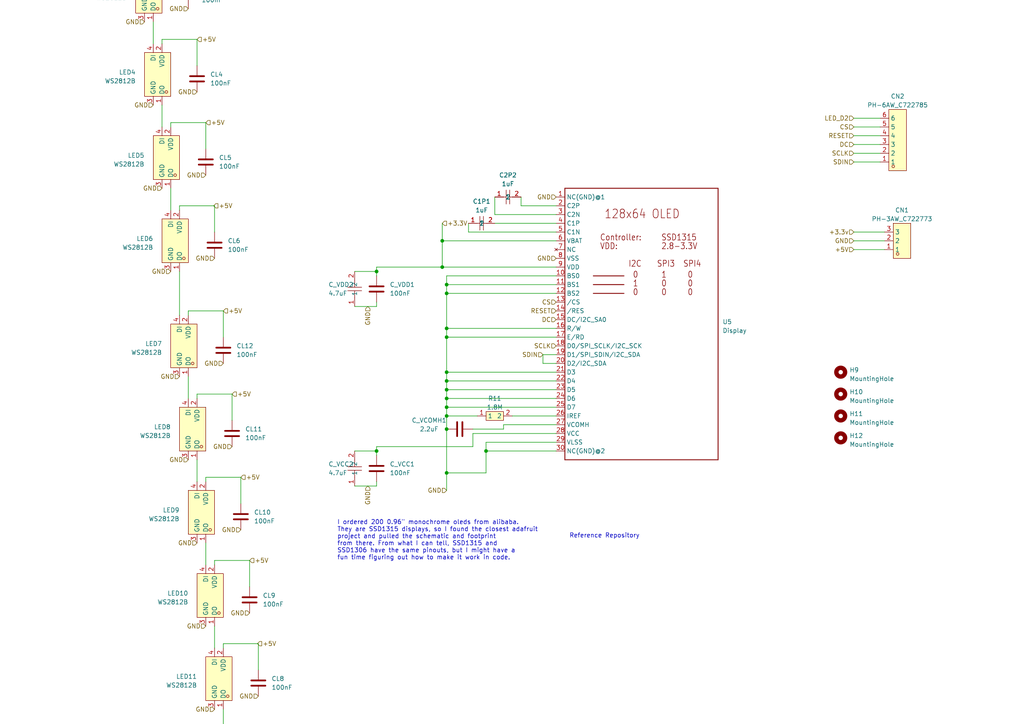
<source format=kicad_sch>
(kicad_sch
	(version 20231120)
	(generator "eeschema")
	(generator_version "8.0")
	(uuid "df0bc267-025e-4c4e-a09b-51ff87d0c1db")
	(paper "A4")
	(lib_symbols
		(symbol "Device:C"
			(pin_numbers hide)
			(pin_names
				(offset 0.254)
			)
			(exclude_from_sim no)
			(in_bom yes)
			(on_board yes)
			(property "Reference" "C"
				(at 0.635 2.54 0)
				(effects
					(font
						(size 1.27 1.27)
					)
					(justify left)
				)
			)
			(property "Value" "C"
				(at 0.635 -2.54 0)
				(effects
					(font
						(size 1.27 1.27)
					)
					(justify left)
				)
			)
			(property "Footprint" ""
				(at 0.9652 -3.81 0)
				(effects
					(font
						(size 1.27 1.27)
					)
					(hide yes)
				)
			)
			(property "Datasheet" "~"
				(at 0 0 0)
				(effects
					(font
						(size 1.27 1.27)
					)
					(hide yes)
				)
			)
			(property "Description" "Unpolarized capacitor"
				(at 0 0 0)
				(effects
					(font
						(size 1.27 1.27)
					)
					(hide yes)
				)
			)
			(property "ki_keywords" "cap capacitor"
				(at 0 0 0)
				(effects
					(font
						(size 1.27 1.27)
					)
					(hide yes)
				)
			)
			(property "ki_fp_filters" "C_*"
				(at 0 0 0)
				(effects
					(font
						(size 1.27 1.27)
					)
					(hide yes)
				)
			)
			(symbol "C_0_1"
				(polyline
					(pts
						(xy -2.032 -0.762) (xy 2.032 -0.762)
					)
					(stroke
						(width 0.508)
						(type default)
					)
					(fill
						(type none)
					)
				)
				(polyline
					(pts
						(xy -2.032 0.762) (xy 2.032 0.762)
					)
					(stroke
						(width 0.508)
						(type default)
					)
					(fill
						(type none)
					)
				)
			)
			(symbol "C_1_1"
				(pin passive line
					(at 0 3.81 270)
					(length 2.794)
					(name "~"
						(effects
							(font
								(size 1.27 1.27)
							)
						)
					)
					(number "1"
						(effects
							(font
								(size 1.27 1.27)
							)
						)
					)
				)
				(pin passive line
					(at 0 -3.81 90)
					(length 2.794)
					(name "~"
						(effects
							(font
								(size 1.27 1.27)
							)
						)
					)
					(number "2"
						(effects
							(font
								(size 1.27 1.27)
							)
						)
					)
				)
			)
		)
		(symbol "Device:R"
			(pin_numbers hide)
			(pin_names
				(offset 0)
			)
			(exclude_from_sim no)
			(in_bom yes)
			(on_board yes)
			(property "Reference" "R"
				(at 2.032 0 90)
				(effects
					(font
						(size 1.27 1.27)
					)
				)
			)
			(property "Value" "R"
				(at 0 0 90)
				(effects
					(font
						(size 1.27 1.27)
					)
				)
			)
			(property "Footprint" ""
				(at -1.778 0 90)
				(effects
					(font
						(size 1.27 1.27)
					)
					(hide yes)
				)
			)
			(property "Datasheet" "~"
				(at 0 0 0)
				(effects
					(font
						(size 1.27 1.27)
					)
					(hide yes)
				)
			)
			(property "Description" "Resistor"
				(at 0 0 0)
				(effects
					(font
						(size 1.27 1.27)
					)
					(hide yes)
				)
			)
			(property "ki_keywords" "R res resistor"
				(at 0 0 0)
				(effects
					(font
						(size 1.27 1.27)
					)
					(hide yes)
				)
			)
			(property "ki_fp_filters" "R_*"
				(at 0 0 0)
				(effects
					(font
						(size 1.27 1.27)
					)
					(hide yes)
				)
			)
			(symbol "R_0_1"
				(rectangle
					(start -1.016 -2.54)
					(end 1.016 2.54)
					(stroke
						(width 0.254)
						(type default)
					)
					(fill
						(type none)
					)
				)
			)
			(symbol "R_1_1"
				(pin passive line
					(at 0 3.81 270)
					(length 1.27)
					(name "~"
						(effects
							(font
								(size 1.27 1.27)
							)
						)
					)
					(number "1"
						(effects
							(font
								(size 1.27 1.27)
							)
						)
					)
				)
				(pin passive line
					(at 0 -3.81 90)
					(length 1.27)
					(name "~"
						(effects
							(font
								(size 1.27 1.27)
							)
						)
					)
					(number "2"
						(effects
							(font
								(size 1.27 1.27)
							)
						)
					)
				)
			)
		)
		(symbol "Mechanical:MountingHole"
			(pin_names
				(offset 1.016)
			)
			(exclude_from_sim no)
			(in_bom yes)
			(on_board yes)
			(property "Reference" "H"
				(at 0 5.08 0)
				(effects
					(font
						(size 1.27 1.27)
					)
				)
			)
			(property "Value" "MountingHole"
				(at 0 3.175 0)
				(effects
					(font
						(size 1.27 1.27)
					)
				)
			)
			(property "Footprint" ""
				(at 0 0 0)
				(effects
					(font
						(size 1.27 1.27)
					)
					(hide yes)
				)
			)
			(property "Datasheet" "~"
				(at 0 0 0)
				(effects
					(font
						(size 1.27 1.27)
					)
					(hide yes)
				)
			)
			(property "Description" "Mounting Hole without connection"
				(at 0 0 0)
				(effects
					(font
						(size 1.27 1.27)
					)
					(hide yes)
				)
			)
			(property "ki_keywords" "mounting hole"
				(at 0 0 0)
				(effects
					(font
						(size 1.27 1.27)
					)
					(hide yes)
				)
			)
			(property "ki_fp_filters" "MountingHole*"
				(at 0 0 0)
				(effects
					(font
						(size 1.27 1.27)
					)
					(hide yes)
				)
			)
			(symbol "MountingHole_0_1"
				(circle
					(center 0 0)
					(radius 1.27)
					(stroke
						(width 1.27)
						(type default)
					)
					(fill
						(type none)
					)
				)
			)
		)
		(symbol "global:0201WMF1824TEE"
			(exclude_from_sim no)
			(in_bom yes)
			(on_board yes)
			(property "Reference" "R"
				(at 0 5.08 0)
				(effects
					(font
						(size 1.27 1.27)
					)
				)
			)
			(property "Value" "0201WMF1824TEE"
				(at 0 -5.08 0)
				(effects
					(font
						(size 1.27 1.27)
					)
				)
			)
			(property "Footprint" "global:R0201"
				(at 0 -7.62 0)
				(effects
					(font
						(size 1.27 1.27)
					)
					(hide yes)
				)
			)
			(property "Datasheet" "https://lcsc.com/product-detail/Chip-Resistor-Surface-Mount_UNI-ROYAL-Uniroyal-Elec-0201WMF1824TEE_C784131.html"
				(at 0 -10.16 0)
				(effects
					(font
						(size 1.27 1.27)
					)
					(hide yes)
				)
			)
			(property "Description" ""
				(at 0 0 0)
				(effects
					(font
						(size 1.27 1.27)
					)
					(hide yes)
				)
			)
			(property "LCSC Part" "C784131"
				(at 0 -12.7 0)
				(effects
					(font
						(size 1.27 1.27)
					)
					(hide yes)
				)
			)
			(symbol "0201WMF1824TEE_0_1"
				(rectangle
					(start -2.54 1.27)
					(end 2.54 -1.27)
					(stroke
						(width 0)
						(type default)
					)
					(fill
						(type background)
					)
				)
				(pin unspecified line
					(at -5.08 0 0)
					(length 2.54)
					(name "1"
						(effects
							(font
								(size 1.27 1.27)
							)
						)
					)
					(number "1"
						(effects
							(font
								(size 1.27 1.27)
							)
						)
					)
				)
				(pin unspecified line
					(at 5.08 0 180)
					(length 2.54)
					(name "2"
						(effects
							(font
								(size 1.27 1.27)
							)
						)
					)
					(number "2"
						(effects
							(font
								(size 1.27 1.27)
							)
						)
					)
				)
			)
		)
		(symbol "global:0805X475K160NT_C274245"
			(exclude_from_sim no)
			(in_bom yes)
			(on_board yes)
			(property "Reference" "C"
				(at 0 5.08 0)
				(effects
					(font
						(size 1.27 1.27)
					)
				)
			)
			(property "Value" "0805X475K160NT_C274245"
				(at 0 -5.08 0)
				(effects
					(font
						(size 1.27 1.27)
					)
				)
			)
			(property "Footprint" "global:C0805"
				(at 0 -7.62 0)
				(effects
					(font
						(size 1.27 1.27)
					)
					(hide yes)
				)
			)
			(property "Datasheet" ""
				(at 0 0 0)
				(effects
					(font
						(size 1.27 1.27)
					)
					(hide yes)
				)
			)
			(property "Description" ""
				(at 0 0 0)
				(effects
					(font
						(size 1.27 1.27)
					)
					(hide yes)
				)
			)
			(property "LCSC Part" "C274245"
				(at 0 -10.16 0)
				(effects
					(font
						(size 1.27 1.27)
					)
					(hide yes)
				)
			)
			(symbol "0805X475K160NT_C274245_0_1"
				(polyline
					(pts
						(xy -0.51 -2.03) (xy -0.51 2.03)
					)
					(stroke
						(width 0)
						(type default)
					)
					(fill
						(type none)
					)
				)
				(polyline
					(pts
						(xy -0.51 0) (xy -2.54 0)
					)
					(stroke
						(width 0)
						(type default)
					)
					(fill
						(type none)
					)
				)
				(polyline
					(pts
						(xy 0.51 2.03) (xy 0.51 -2.03)
					)
					(stroke
						(width 0)
						(type default)
					)
					(fill
						(type none)
					)
				)
				(polyline
					(pts
						(xy 2.54 0) (xy 0.51 0)
					)
					(stroke
						(width 0)
						(type default)
					)
					(fill
						(type none)
					)
				)
				(pin unspecified line
					(at -5.08 0 0)
					(length 2.54)
					(name "1"
						(effects
							(font
								(size 1.27 1.27)
							)
						)
					)
					(number "1"
						(effects
							(font
								(size 1.27 1.27)
							)
						)
					)
				)
				(pin unspecified line
					(at 5.08 0 180)
					(length 2.54)
					(name "2"
						(effects
							(font
								(size 1.27 1.27)
							)
						)
					)
					(number "2"
						(effects
							(font
								(size 1.27 1.27)
							)
						)
					)
				)
			)
		)
		(symbol "global:CL05A105KO5NNNC"
			(exclude_from_sim no)
			(in_bom yes)
			(on_board yes)
			(property "Reference" "C"
				(at 0 5.08 0)
				(effects
					(font
						(size 1.27 1.27)
					)
				)
			)
			(property "Value" "CL05A105KO5NNNC"
				(at 0 -5.08 0)
				(effects
					(font
						(size 1.27 1.27)
					)
				)
			)
			(property "Footprint" "global:C0402"
				(at 0 -7.62 0)
				(effects
					(font
						(size 1.27 1.27)
					)
					(hide yes)
				)
			)
			(property "Datasheet" "https://lcsc.com/product-detail/Multilayer-Ceramic-Capacitors-MLCC-SMD-SMT_SAMSUNG_CL05A105KO5NNNC_1uF-105-10-16V_C29266.html"
				(at 0 -10.16 0)
				(effects
					(font
						(size 1.27 1.27)
					)
					(hide yes)
				)
			)
			(property "Description" ""
				(at 0 0 0)
				(effects
					(font
						(size 1.27 1.27)
					)
					(hide yes)
				)
			)
			(property "LCSC Part" "C29266"
				(at 0 -12.7 0)
				(effects
					(font
						(size 1.27 1.27)
					)
					(hide yes)
				)
			)
			(symbol "CL05A105KO5NNNC_0_1"
				(polyline
					(pts
						(xy -1.27 0) (xy -0.51 0)
					)
					(stroke
						(width 0)
						(type default)
					)
					(fill
						(type none)
					)
				)
				(polyline
					(pts
						(xy -0.51 2.03) (xy -0.51 -2.03)
					)
					(stroke
						(width 0)
						(type default)
					)
					(fill
						(type none)
					)
				)
				(polyline
					(pts
						(xy 0.51 0) (xy 1.27 0)
					)
					(stroke
						(width 0)
						(type default)
					)
					(fill
						(type none)
					)
				)
				(polyline
					(pts
						(xy 0.51 2.03) (xy 0.51 -2.03)
					)
					(stroke
						(width 0)
						(type default)
					)
					(fill
						(type none)
					)
				)
				(pin input line
					(at -3.81 0 0)
					(length 2.54)
					(name "1"
						(effects
							(font
								(size 1.27 1.27)
							)
						)
					)
					(number "1"
						(effects
							(font
								(size 1.27 1.27)
							)
						)
					)
				)
				(pin input line
					(at 3.81 0 180)
					(length 2.54)
					(name "2"
						(effects
							(font
								(size 1.27 1.27)
							)
						)
					)
					(number "2"
						(effects
							(font
								(size 1.27 1.27)
							)
						)
					)
				)
			)
		)
		(symbol "global:PH-3AW_C722773"
			(exclude_from_sim no)
			(in_bom yes)
			(on_board yes)
			(property "Reference" "CN"
				(at 0 7.62 0)
				(effects
					(font
						(size 1.27 1.27)
					)
				)
			)
			(property "Value" "PH-3AW_C722773"
				(at 0 -7.62 0)
				(effects
					(font
						(size 1.27 1.27)
					)
				)
			)
			(property "Footprint" "global:CONN-TH_PH-3AW"
				(at 0 -10.16 0)
				(effects
					(font
						(size 1.27 1.27)
					)
					(hide yes)
				)
			)
			(property "Datasheet" "https://lcsc.com/product-detail/Wire-To-Board-Wire-To-Wire-Connector_CAX-PH-3AW_C722773.html"
				(at 0 -12.7 0)
				(effects
					(font
						(size 1.27 1.27)
					)
					(hide yes)
				)
			)
			(property "Description" ""
				(at 0 0 0)
				(effects
					(font
						(size 1.27 1.27)
					)
					(hide yes)
				)
			)
			(property "LCSC Part" "C722773"
				(at 0 -15.24 0)
				(effects
					(font
						(size 1.27 1.27)
					)
					(hide yes)
				)
			)
			(symbol "PH-3AW_C722773_0_1"
				(rectangle
					(start -2.54 5.08)
					(end 2.54 -5.08)
					(stroke
						(width 0)
						(type default)
					)
					(fill
						(type background)
					)
				)
				(circle
					(center -1.27 3.81)
					(radius 0.38)
					(stroke
						(width 0)
						(type default)
					)
					(fill
						(type none)
					)
				)
				(pin unspecified line
					(at -5.08 2.54 0)
					(length 2.54)
					(name "1"
						(effects
							(font
								(size 1.27 1.27)
							)
						)
					)
					(number "1"
						(effects
							(font
								(size 1.27 1.27)
							)
						)
					)
				)
				(pin unspecified line
					(at -5.08 0 0)
					(length 2.54)
					(name "2"
						(effects
							(font
								(size 1.27 1.27)
							)
						)
					)
					(number "2"
						(effects
							(font
								(size 1.27 1.27)
							)
						)
					)
				)
				(pin unspecified line
					(at -5.08 -2.54 0)
					(length 2.54)
					(name "3"
						(effects
							(font
								(size 1.27 1.27)
							)
						)
					)
					(number "3"
						(effects
							(font
								(size 1.27 1.27)
							)
						)
					)
				)
			)
		)
		(symbol "global:PH-6AW_C722785"
			(exclude_from_sim no)
			(in_bom yes)
			(on_board yes)
			(property "Reference" "CN"
				(at 0 11.43 0)
				(effects
					(font
						(size 1.27 1.27)
					)
				)
			)
			(property "Value" "PH-6AW_C722785"
				(at 0 -11.43 0)
				(effects
					(font
						(size 1.27 1.27)
					)
				)
			)
			(property "Footprint" "global:CONN-TH_PH-6AW"
				(at 0 -13.97 0)
				(effects
					(font
						(size 1.27 1.27)
					)
					(hide yes)
				)
			)
			(property "Datasheet" "https://lcsc.com/product-detail/Wire-To-Board-Wire-To-Wire-Connector_CAX-PH-6AW_C722785.html"
				(at 0 -16.51 0)
				(effects
					(font
						(size 1.27 1.27)
					)
					(hide yes)
				)
			)
			(property "Description" ""
				(at 0 0 0)
				(effects
					(font
						(size 1.27 1.27)
					)
					(hide yes)
				)
			)
			(property "LCSC Part" "C722785"
				(at 0 -19.05 0)
				(effects
					(font
						(size 1.27 1.27)
					)
					(hide yes)
				)
			)
			(symbol "PH-6AW_C722785_0_1"
				(rectangle
					(start -2.54 8.89)
					(end 2.54 -8.89)
					(stroke
						(width 0)
						(type default)
					)
					(fill
						(type background)
					)
				)
				(circle
					(center -1.27 7.62)
					(radius 0.38)
					(stroke
						(width 0)
						(type default)
					)
					(fill
						(type none)
					)
				)
				(pin unspecified line
					(at -5.08 6.35 0)
					(length 2.54)
					(name "1"
						(effects
							(font
								(size 1.27 1.27)
							)
						)
					)
					(number "1"
						(effects
							(font
								(size 1.27 1.27)
							)
						)
					)
				)
				(pin unspecified line
					(at -5.08 3.81 0)
					(length 2.54)
					(name "2"
						(effects
							(font
								(size 1.27 1.27)
							)
						)
					)
					(number "2"
						(effects
							(font
								(size 1.27 1.27)
							)
						)
					)
				)
				(pin unspecified line
					(at -5.08 1.27 0)
					(length 2.54)
					(name "3"
						(effects
							(font
								(size 1.27 1.27)
							)
						)
					)
					(number "3"
						(effects
							(font
								(size 1.27 1.27)
							)
						)
					)
				)
				(pin unspecified line
					(at -5.08 -1.27 0)
					(length 2.54)
					(name "4"
						(effects
							(font
								(size 1.27 1.27)
							)
						)
					)
					(number "4"
						(effects
							(font
								(size 1.27 1.27)
							)
						)
					)
				)
				(pin unspecified line
					(at -5.08 -3.81 0)
					(length 2.54)
					(name "5"
						(effects
							(font
								(size 1.27 1.27)
							)
						)
					)
					(number "5"
						(effects
							(font
								(size 1.27 1.27)
							)
						)
					)
				)
				(pin unspecified line
					(at -5.08 -6.35 0)
					(length 2.54)
					(name "6"
						(effects
							(font
								(size 1.27 1.27)
							)
						)
					)
					(number "6"
						(effects
							(font
								(size 1.27 1.27)
							)
						)
					)
				)
			)
		)
		(symbol "global:SSD1306_.96{dblquote}_Display"
			(exclude_from_sim no)
			(in_bom yes)
			(on_board yes)
			(property "Reference" "U6"
				(at 22.86 -0.635 0)
				(effects
					(font
						(size 1.27 1.27)
					)
					(justify left)
				)
			)
			(property "Value" "Display"
				(at 22.86 -3.175 0)
				(effects
					(font
						(size 1.27 1.27)
					)
					(justify left)
				)
			)
			(property "Footprint" "global:SSD1306 WRAPAROUND"
				(at 0 0 0)
				(effects
					(font
						(size 1.27 1.27)
					)
					(hide yes)
				)
			)
			(property "Datasheet" ""
				(at 0 0 0)
				(effects
					(font
						(size 1.27 1.27)
					)
					(hide yes)
				)
			)
			(property "Description" ""
				(at 0 0 0)
				(effects
					(font
						(size 1.27 1.27)
					)
					(hide yes)
				)
			)
			(symbol "SSD1306_.96{dblquote}_Display_1_0"
				(polyline
					(pts
						(xy -22.86 -40.64) (xy -22.86 38.1)
					)
					(stroke
						(width 0.254)
						(type solid)
					)
					(fill
						(type none)
					)
				)
				(polyline
					(pts
						(xy -22.86 38.1) (xy 21.59 38.1)
					)
					(stroke
						(width 0.254)
						(type solid)
					)
					(fill
						(type none)
					)
				)
				(polyline
					(pts
						(xy -14.605 7.62) (xy -5.715 7.62)
					)
					(stroke
						(width 0.254)
						(type solid)
					)
					(fill
						(type none)
					)
				)
				(polyline
					(pts
						(xy -14.605 10.16) (xy -5.715 10.16)
					)
					(stroke
						(width 0.254)
						(type solid)
					)
					(fill
						(type none)
					)
				)
				(polyline
					(pts
						(xy -14.605 12.7) (xy -5.715 12.7)
					)
					(stroke
						(width 0.254)
						(type solid)
					)
					(fill
						(type none)
					)
				)
				(polyline
					(pts
						(xy 21.59 -40.64) (xy -22.86 -40.64)
					)
					(stroke
						(width 0.254)
						(type solid)
					)
					(fill
						(type none)
					)
				)
				(polyline
					(pts
						(xy 21.59 38.1) (xy 21.59 -40.64)
					)
					(stroke
						(width 0.254)
						(type solid)
					)
					(fill
						(type none)
					)
				)
				(text "0"
					(at -3.175 6.985 0)
					(effects
						(font
							(size 1.778 1.5113)
						)
						(justify left bottom)
					)
				)
				(text "0"
					(at -3.175 12.065 0)
					(effects
						(font
							(size 1.778 1.5113)
						)
						(justify left bottom)
					)
				)
				(text "0"
					(at 5.08 6.985 0)
					(effects
						(font
							(size 1.778 1.5113)
						)
						(justify left bottom)
					)
				)
				(text "0"
					(at 5.08 9.525 0)
					(effects
						(font
							(size 1.778 1.5113)
						)
						(justify left bottom)
					)
				)
				(text "0"
					(at 12.7 6.985 0)
					(effects
						(font
							(size 1.778 1.5113)
						)
						(justify left bottom)
					)
				)
				(text "0"
					(at 12.7 9.525 0)
					(effects
						(font
							(size 1.778 1.5113)
						)
						(justify left bottom)
					)
				)
				(text "0"
					(at 12.7 12.065 0)
					(effects
						(font
							(size 1.778 1.5113)
						)
						(justify left bottom)
					)
				)
				(text "1"
					(at -3.175 9.525 0)
					(effects
						(font
							(size 1.778 1.5113)
						)
						(justify left bottom)
					)
				)
				(text "1"
					(at 5.08 12.065 0)
					(effects
						(font
							(size 1.778 1.5113)
						)
						(justify left bottom)
					)
				)
				(text "128x64 OLED"
					(at -11.43 29.21 0)
					(effects
						(font
							(size 2.54 2.159)
						)
						(justify left bottom)
					)
				)
				(text "2.8-3.3V"
					(at 5.08 20.32 0)
					(effects
						(font
							(size 1.778 1.5113)
						)
						(justify left bottom)
					)
				)
				(text "Controller:"
					(at -12.7 22.86 0)
					(effects
						(font
							(size 1.778 1.5113)
						)
						(justify left bottom)
					)
				)
				(text "I2C"
					(at -4.445 15.24 0)
					(effects
						(font
							(size 1.778 1.5113)
						)
						(justify left bottom)
					)
				)
				(text "SPI3"
					(at 3.81 15.24 0)
					(effects
						(font
							(size 1.778 1.5113)
						)
						(justify left bottom)
					)
				)
				(text "SPI4"
					(at 11.43 15.24 0)
					(effects
						(font
							(size 1.778 1.5113)
						)
						(justify left bottom)
					)
				)
				(text "SSD1315"
					(at 5.08 22.86 0)
					(effects
						(font
							(size 1.778 1.5113)
						)
						(justify left bottom)
					)
				)
				(text "VDD:"
					(at -12.7 20.32 0)
					(effects
						(font
							(size 1.778 1.5113)
						)
						(justify left bottom)
					)
				)
				(pin input line
					(at -25.4 35.56 0)
					(length 2.54)
					(name "NC(GND)@1"
						(effects
							(font
								(size 1.27 1.27)
							)
						)
					)
					(number "1"
						(effects
							(font
								(size 1.27 1.27)
							)
						)
					)
				)
				(pin input line
					(at -25.4 12.7 0)
					(length 2.54)
					(name "BS0"
						(effects
							(font
								(size 1.27 1.27)
							)
						)
					)
					(number "10"
						(effects
							(font
								(size 1.27 1.27)
							)
						)
					)
				)
				(pin input line
					(at -25.4 10.16 0)
					(length 2.54)
					(name "BS1"
						(effects
							(font
								(size 1.27 1.27)
							)
						)
					)
					(number "11"
						(effects
							(font
								(size 1.27 1.27)
							)
						)
					)
				)
				(pin input line
					(at -25.4 7.62 0)
					(length 2.54)
					(name "BS2"
						(effects
							(font
								(size 1.27 1.27)
							)
						)
					)
					(number "12"
						(effects
							(font
								(size 1.27 1.27)
							)
						)
					)
				)
				(pin input line
					(at -25.4 5.08 0)
					(length 2.54)
					(name "/CS"
						(effects
							(font
								(size 1.27 1.27)
							)
						)
					)
					(number "13"
						(effects
							(font
								(size 1.27 1.27)
							)
						)
					)
				)
				(pin input line
					(at -25.4 2.54 0)
					(length 2.54)
					(name "/RES"
						(effects
							(font
								(size 1.27 1.27)
							)
						)
					)
					(number "14"
						(effects
							(font
								(size 1.27 1.27)
							)
						)
					)
				)
				(pin input line
					(at -25.4 0 0)
					(length 2.54)
					(name "DC/I2C_SA0"
						(effects
							(font
								(size 1.27 1.27)
							)
						)
					)
					(number "15"
						(effects
							(font
								(size 1.27 1.27)
							)
						)
					)
				)
				(pin input line
					(at -25.4 -2.54 0)
					(length 2.54)
					(name "R/W"
						(effects
							(font
								(size 1.27 1.27)
							)
						)
					)
					(number "16"
						(effects
							(font
								(size 1.27 1.27)
							)
						)
					)
				)
				(pin input line
					(at -25.4 -5.08 0)
					(length 2.54)
					(name "E/RD"
						(effects
							(font
								(size 1.27 1.27)
							)
						)
					)
					(number "17"
						(effects
							(font
								(size 1.27 1.27)
							)
						)
					)
				)
				(pin bidirectional line
					(at -25.4 -7.62 0)
					(length 2.54)
					(name "D0/SPI_SCLK/I2C_SCK"
						(effects
							(font
								(size 1.27 1.27)
							)
						)
					)
					(number "18"
						(effects
							(font
								(size 1.27 1.27)
							)
						)
					)
				)
				(pin bidirectional line
					(at -25.4 -10.16 0)
					(length 2.54)
					(name "D1/SPI_SDIN/I2C_SDA"
						(effects
							(font
								(size 1.27 1.27)
							)
						)
					)
					(number "19"
						(effects
							(font
								(size 1.27 1.27)
							)
						)
					)
				)
				(pin input line
					(at -25.4 33.02 0)
					(length 2.54)
					(name "C2P"
						(effects
							(font
								(size 1.27 1.27)
							)
						)
					)
					(number "2"
						(effects
							(font
								(size 1.27 1.27)
							)
						)
					)
				)
				(pin bidirectional line
					(at -25.4 -12.7 0)
					(length 2.54)
					(name "D2/I2C_SDA"
						(effects
							(font
								(size 1.27 1.27)
							)
						)
					)
					(number "20"
						(effects
							(font
								(size 1.27 1.27)
							)
						)
					)
				)
				(pin bidirectional line
					(at -25.4 -15.24 0)
					(length 2.54)
					(name "D3"
						(effects
							(font
								(size 1.27 1.27)
							)
						)
					)
					(number "21"
						(effects
							(font
								(size 1.27 1.27)
							)
						)
					)
				)
				(pin bidirectional line
					(at -25.4 -17.78 0)
					(length 2.54)
					(name "D4"
						(effects
							(font
								(size 1.27 1.27)
							)
						)
					)
					(number "22"
						(effects
							(font
								(size 1.27 1.27)
							)
						)
					)
				)
				(pin bidirectional line
					(at -25.4 -20.32 0)
					(length 2.54)
					(name "D5"
						(effects
							(font
								(size 1.27 1.27)
							)
						)
					)
					(number "23"
						(effects
							(font
								(size 1.27 1.27)
							)
						)
					)
				)
				(pin bidirectional line
					(at -25.4 -22.86 0)
					(length 2.54)
					(name "D6"
						(effects
							(font
								(size 1.27 1.27)
							)
						)
					)
					(number "24"
						(effects
							(font
								(size 1.27 1.27)
							)
						)
					)
				)
				(pin bidirectional line
					(at -25.4 -25.4 0)
					(length 2.54)
					(name "D7"
						(effects
							(font
								(size 1.27 1.27)
							)
						)
					)
					(number "25"
						(effects
							(font
								(size 1.27 1.27)
							)
						)
					)
				)
				(pin input line
					(at -25.4 -27.94 0)
					(length 2.54)
					(name "IREF"
						(effects
							(font
								(size 1.27 1.27)
							)
						)
					)
					(number "26"
						(effects
							(font
								(size 1.27 1.27)
							)
						)
					)
				)
				(pin output line
					(at -25.4 -30.48 0)
					(length 2.54)
					(name "VCOMH"
						(effects
							(font
								(size 1.27 1.27)
							)
						)
					)
					(number "27"
						(effects
							(font
								(size 1.27 1.27)
							)
						)
					)
				)
				(pin power_in line
					(at -25.4 -33.02 0)
					(length 2.54)
					(name "VCC"
						(effects
							(font
								(size 1.27 1.27)
							)
						)
					)
					(number "28"
						(effects
							(font
								(size 1.27 1.27)
							)
						)
					)
				)
				(pin power_in line
					(at -25.4 -35.56 0)
					(length 2.54)
					(name "VLSS"
						(effects
							(font
								(size 1.27 1.27)
							)
						)
					)
					(number "29"
						(effects
							(font
								(size 1.27 1.27)
							)
						)
					)
				)
				(pin input line
					(at -25.4 30.48 0)
					(length 2.54)
					(name "C2N"
						(effects
							(font
								(size 1.27 1.27)
							)
						)
					)
					(number "3"
						(effects
							(font
								(size 1.27 1.27)
							)
						)
					)
				)
				(pin input line
					(at -25.4 -38.1 0)
					(length 2.54)
					(name "NC(GND)@2"
						(effects
							(font
								(size 1.27 1.27)
							)
						)
					)
					(number "30"
						(effects
							(font
								(size 1.27 1.27)
							)
						)
					)
				)
				(pin input line
					(at -25.4 27.94 0)
					(length 2.54)
					(name "C1P"
						(effects
							(font
								(size 1.27 1.27)
							)
						)
					)
					(number "4"
						(effects
							(font
								(size 1.27 1.27)
							)
						)
					)
				)
				(pin input line
					(at -25.4 25.4 0)
					(length 2.54)
					(name "C1N"
						(effects
							(font
								(size 1.27 1.27)
							)
						)
					)
					(number "5"
						(effects
							(font
								(size 1.27 1.27)
							)
						)
					)
				)
				(pin input line
					(at -25.4 22.86 0)
					(length 2.54)
					(name "VBAT"
						(effects
							(font
								(size 1.27 1.27)
							)
						)
					)
					(number "6"
						(effects
							(font
								(size 1.27 1.27)
							)
						)
					)
				)
				(pin no_connect line
					(at -25.4 20.32 0)
					(length 2.54)
					(name "NC"
						(effects
							(font
								(size 1.27 1.27)
							)
						)
					)
					(number "7"
						(effects
							(font
								(size 1.27 1.27)
							)
						)
					)
				)
				(pin power_in line
					(at -25.4 17.78 0)
					(length 2.54)
					(name "VSS"
						(effects
							(font
								(size 1.27 1.27)
							)
						)
					)
					(number "8"
						(effects
							(font
								(size 1.27 1.27)
							)
						)
					)
				)
				(pin power_in line
					(at -25.4 15.24 0)
					(length 2.54)
					(name "VDD"
						(effects
							(font
								(size 1.27 1.27)
							)
						)
					)
					(number "9"
						(effects
							(font
								(size 1.27 1.27)
							)
						)
					)
				)
			)
		)
		(symbol "global:XL-1615RGBC-WS2812B"
			(exclude_from_sim no)
			(in_bom yes)
			(on_board yes)
			(property "Reference" "LED"
				(at 0 6.35 0)
				(effects
					(font
						(size 1.27 1.27)
					)
				)
			)
			(property "Value" "XL-1615RGBC-WS2812B"
				(at 0 -6.35 0)
				(effects
					(font
						(size 1.27 1.27)
					)
				)
			)
			(property "Footprint" "global:LED-SMD_4P-L1.6-W1.5_XL-1615RGBC-WS2812B"
				(at 0 -8.89 0)
				(effects
					(font
						(size 1.27 1.27)
					)
					(hide yes)
				)
			)
			(property "Datasheet" ""
				(at 0 0 0)
				(effects
					(font
						(size 1.27 1.27)
					)
					(hide yes)
				)
			)
			(property "Description" ""
				(at 0 0 0)
				(effects
					(font
						(size 1.27 1.27)
					)
					(hide yes)
				)
			)
			(property "LCSC Part" "C5349954"
				(at 0 -11.43 0)
				(effects
					(font
						(size 1.27 1.27)
					)
					(hide yes)
				)
			)
			(symbol "XL-1615RGBC-WS2812B_0_1"
				(rectangle
					(start -6.35 3.81)
					(end 6.35 -3.81)
					(stroke
						(width 0)
						(type default)
					)
					(fill
						(type background)
					)
				)
				(circle
					(center -5.08 2.54)
					(radius 0.38)
					(stroke
						(width 0)
						(type default)
					)
					(fill
						(type none)
					)
				)
				(pin unspecified line
					(at -8.89 1.27 0)
					(length 2.54)
					(name "DO"
						(effects
							(font
								(size 1.27 1.27)
							)
						)
					)
					(number "1"
						(effects
							(font
								(size 1.27 1.27)
							)
						)
					)
				)
				(pin unspecified line
					(at 8.89 1.27 180)
					(length 2.54)
					(name "VDD"
						(effects
							(font
								(size 1.27 1.27)
							)
						)
					)
					(number "2"
						(effects
							(font
								(size 1.27 1.27)
							)
						)
					)
				)
				(pin unspecified line
					(at -8.89 -1.27 0)
					(length 2.54)
					(name "GND"
						(effects
							(font
								(size 1.27 1.27)
							)
						)
					)
					(number "3"
						(effects
							(font
								(size 1.27 1.27)
							)
						)
					)
				)
				(pin unspecified line
					(at 8.89 -1.27 180)
					(length 2.54)
					(name "DI"
						(effects
							(font
								(size 1.27 1.27)
							)
						)
					)
					(number "4"
						(effects
							(font
								(size 1.27 1.27)
							)
						)
					)
				)
			)
		)
	)
	(junction
		(at 129.54 85.09)
		(diameter 0)
		(color 0 0 0 0)
		(uuid "09a72324-6355-45e7-9a51-7df1e15622b5")
	)
	(junction
		(at 109.22 78.74)
		(diameter 0)
		(color 0 0 0 0)
		(uuid "190d74d7-62d2-4c59-b9d5-94745d69fd2d")
	)
	(junction
		(at 129.54 82.55)
		(diameter 0)
		(color 0 0 0 0)
		(uuid "35f341ed-adfd-4b61-be05-38877df0ee9d")
	)
	(junction
		(at 129.54 137.16)
		(diameter 0)
		(color 0 0 0 0)
		(uuid "364e2ee4-5c08-4ee9-aae0-c91290dd304b")
	)
	(junction
		(at 129.54 113.03)
		(diameter 0)
		(color 0 0 0 0)
		(uuid "3b904204-cedb-4724-bf5e-9f59508d6534")
	)
	(junction
		(at 129.54 95.25)
		(diameter 0)
		(color 0 0 0 0)
		(uuid "460d87df-be2f-4564-8307-c7d5ca318ee0")
	)
	(junction
		(at 128.27 69.85)
		(diameter 0)
		(color 0 0 0 0)
		(uuid "4b0e7372-f0db-4f9a-9a2c-90148c00d04f")
	)
	(junction
		(at 129.54 124.46)
		(diameter 0)
		(color 0 0 0 0)
		(uuid "74d0e0d4-9776-4d8f-9892-d652b4a0e443")
	)
	(junction
		(at 128.27 77.47)
		(diameter 0)
		(color 0 0 0 0)
		(uuid "8285dfd7-840a-4c8b-b55d-7e348eab4765")
	)
	(junction
		(at 129.54 107.95)
		(diameter 0)
		(color 0 0 0 0)
		(uuid "97d6ed15-f474-4c17-9be0-f8de35bb2806")
	)
	(junction
		(at 129.54 97.79)
		(diameter 0)
		(color 0 0 0 0)
		(uuid "a0dfeff7-91c6-47f0-9881-bbb31aa0720c")
	)
	(junction
		(at 109.22 130.81)
		(diameter 0)
		(color 0 0 0 0)
		(uuid "ad85bd6e-92d5-495e-801f-3a1bc29c9d4a")
	)
	(junction
		(at 140.97 130.81)
		(diameter 0)
		(color 0 0 0 0)
		(uuid "c112b53b-dbe4-4f56-838a-85a8db865760")
	)
	(junction
		(at 129.54 110.49)
		(diameter 0)
		(color 0 0 0 0)
		(uuid "cc5c3b4d-e3ed-4b37-8897-26d0f0eb27ce")
	)
	(junction
		(at 129.54 118.11)
		(diameter 0)
		(color 0 0 0 0)
		(uuid "ce8de181-fb5b-4722-ae52-5049760f74c2")
	)
	(junction
		(at 129.54 120.65)
		(diameter 0)
		(color 0 0 0 0)
		(uuid "d23f770e-6c94-4a5d-a09f-86a1fa06fa8b")
	)
	(junction
		(at 129.54 115.57)
		(diameter 0)
		(color 0 0 0 0)
		(uuid "f0d26dda-7d60-40c5-8b56-514f9442c37b")
	)
	(no_connect
		(at 69.85 254)
		(uuid "e0343364-13d2-4bea-a9b2-752549fbdba4")
	)
	(wire
		(pts
			(xy 62.23 59.69) (xy 62.23 67.31)
		)
		(stroke
			(width 0)
			(type default)
		)
		(uuid "0377313a-b9ac-4e34-af26-7dd499e2b39c")
	)
	(wire
		(pts
			(xy 57.15 114.3) (xy 57.15 115.57)
		)
		(stroke
			(width 0)
			(type default)
		)
		(uuid "046b7852-2ac4-4944-9f44-eb0771eb6644")
	)
	(wire
		(pts
			(xy 102.87 130.81) (xy 109.22 130.81)
		)
		(stroke
			(width 0)
			(type default)
		)
		(uuid "07695349-a856-4f17-a9fb-7a18faa02913")
	)
	(wire
		(pts
			(xy 129.54 110.49) (xy 129.54 113.03)
		)
		(stroke
			(width 0)
			(type default)
		)
		(uuid "08a7e640-2333-4e85-ae9c-0f4638be03b5")
	)
	(wire
		(pts
			(xy 128.27 69.85) (xy 161.29 69.85)
		)
		(stroke
			(width 0)
			(type default)
		)
		(uuid "08c95185-594f-40bd-9af7-bbde08d54149")
	)
	(wire
		(pts
			(xy 54.61 -12.7) (xy 54.61 -5.08)
		)
		(stroke
			(width 0)
			(type default)
		)
		(uuid "0a00f290-8985-40f0-b855-944756ec271f")
	)
	(wire
		(pts
			(xy 129.54 97.79) (xy 161.29 97.79)
		)
		(stroke
			(width 0)
			(type default)
		)
		(uuid "0d24ee1e-956a-44fa-9d85-45072cf7abc1")
	)
	(wire
		(pts
			(xy 161.29 128.27) (xy 140.97 128.27)
		)
		(stroke
			(width 0)
			(type default)
		)
		(uuid "0f2454a4-695b-48a6-a408-f5660ed96e79")
	)
	(wire
		(pts
			(xy 62.23 162.56) (xy 62.23 163.83)
		)
		(stroke
			(width 0)
			(type default)
		)
		(uuid "0fc71502-b699-490a-bcf1-1db538e43fd1")
	)
	(wire
		(pts
			(xy 255.27 36.83) (xy 247.65 36.83)
		)
		(stroke
			(width 0)
			(type default)
		)
		(uuid "1175d4e8-c8bb-4a0c-ac44-7c03ceec9caf")
	)
	(wire
		(pts
			(xy 64.77 186.69) (xy 74.93 186.69)
		)
		(stroke
			(width 0)
			(type default)
		)
		(uuid "15e70c6a-9dcb-4d10-88dd-c1a1108041a4")
	)
	(wire
		(pts
			(xy 72.39 162.56) (xy 72.39 170.18)
		)
		(stroke
			(width 0)
			(type default)
		)
		(uuid "17b9883e-f01e-4f7b-b60b-e6a6b008f086")
	)
	(wire
		(pts
			(xy 41.91 -17.78) (xy 41.91 -11.43)
		)
		(stroke
			(width 0)
			(type default)
		)
		(uuid "19162104-ede8-4068-8c33-731fc69f865c")
	)
	(wire
		(pts
			(xy 129.54 115.57) (xy 161.29 115.57)
		)
		(stroke
			(width 0)
			(type default)
		)
		(uuid "1fbc84a3-b19a-4a41-9045-1d4aaf996f32")
	)
	(wire
		(pts
			(xy 39.37 -41.91) (xy 39.37 -35.56)
		)
		(stroke
			(width 0)
			(type default)
		)
		(uuid "234c9f14-a2ed-4ded-bb76-979a372a61ae")
	)
	(wire
		(pts
			(xy 46.99 11.43) (xy 57.15 11.43)
		)
		(stroke
			(width 0)
			(type default)
		)
		(uuid "2451529a-1372-4582-b67c-6df9d72cb3c1")
	)
	(wire
		(pts
			(xy 39.37 -60.96) (xy 49.53 -60.96)
		)
		(stroke
			(width 0)
			(type default)
		)
		(uuid "247fcbbc-c282-484b-979f-a516947b0eb4")
	)
	(wire
		(pts
			(xy 52.07 78.74) (xy 52.07 91.44)
		)
		(stroke
			(width 0)
			(type default)
		)
		(uuid "25192f21-1468-4e9e-8571-0cd420155660")
	)
	(wire
		(pts
			(xy 67.31 114.3) (xy 67.31 121.92)
		)
		(stroke
			(width 0)
			(type default)
		)
		(uuid "25a46428-c5b9-4fc6-a94c-89a72bc15c70")
	)
	(wire
		(pts
			(xy 129.54 82.55) (xy 129.54 85.09)
		)
		(stroke
			(width 0)
			(type default)
		)
		(uuid "26f711f5-9f80-4524-a105-7f4377558541")
	)
	(wire
		(pts
			(xy 143.51 64.77) (xy 161.29 64.77)
		)
		(stroke
			(width 0)
			(type default)
		)
		(uuid "270f3aa8-9cb7-4aa9-83a7-35d4e11f4b57")
	)
	(wire
		(pts
			(xy 137.16 124.46) (xy 146.05 124.46)
		)
		(stroke
			(width 0)
			(type default)
		)
		(uuid "29ea0d4e-a71a-4626-90ed-b019561aea2b")
	)
	(wire
		(pts
			(xy 69.85 234.95) (xy 69.85 236.22)
		)
		(stroke
			(width 0)
			(type default)
		)
		(uuid "2e350279-cc88-4b61-b28f-738298c6484c")
	)
	(wire
		(pts
			(xy 109.22 78.74) (xy 109.22 80.01)
		)
		(stroke
			(width 0)
			(type default)
		)
		(uuid "2e692a5c-44e9-42a8-9291-efd9b26e01ca")
	)
	(wire
		(pts
			(xy 52.07 59.69) (xy 52.07 60.96)
		)
		(stroke
			(width 0)
			(type default)
		)
		(uuid "2ed6dd0b-5c57-4d4e-80c7-1ac71b5afc25")
	)
	(wire
		(pts
			(xy 109.22 88.9) (xy 109.22 87.63)
		)
		(stroke
			(width 0)
			(type default)
		)
		(uuid "3003d18f-90a9-4433-a4c1-00af2fb49749")
	)
	(wire
		(pts
			(xy 161.29 95.25) (xy 129.54 95.25)
		)
		(stroke
			(width 0)
			(type default)
		)
		(uuid "31578e60-a97d-49cf-820e-c7d211fc2cdb")
	)
	(wire
		(pts
			(xy 140.97 128.27) (xy 140.97 130.81)
		)
		(stroke
			(width 0)
			(type default)
		)
		(uuid "33db6a95-5081-4df9-9f09-79befe19d9f3")
	)
	(wire
		(pts
			(xy 129.54 120.65) (xy 129.54 124.46)
		)
		(stroke
			(width 0)
			(type default)
		)
		(uuid "3609615f-e45b-4034-8640-56a03091d9c5")
	)
	(wire
		(pts
			(xy 49.53 54.61) (xy 49.53 60.96)
		)
		(stroke
			(width 0)
			(type default)
		)
		(uuid "3962f59c-a0c9-420c-84c1-36199559d369")
	)
	(wire
		(pts
			(xy 36.83 -66.04) (xy 36.83 -59.69)
		)
		(stroke
			(width 0)
			(type default)
		)
		(uuid "39c7feea-0035-4691-9960-0830db4ffe8a")
	)
	(wire
		(pts
			(xy 57.15 114.3) (xy 67.31 114.3)
		)
		(stroke
			(width 0)
			(type default)
		)
		(uuid "3a7a195e-0891-44d5-a35c-1bcf6cc75fef")
	)
	(wire
		(pts
			(xy 69.85 234.95) (xy 80.01 234.95)
		)
		(stroke
			(width 0)
			(type default)
		)
		(uuid "3b60ed55-6178-4104-ad4c-f542de208810")
	)
	(wire
		(pts
			(xy 102.87 88.9) (xy 109.22 88.9)
		)
		(stroke
			(width 0)
			(type default)
		)
		(uuid "3e8a2f41-8bb6-41c3-88e3-85780d37c07c")
	)
	(wire
		(pts
			(xy 44.45 -12.7) (xy 44.45 -11.43)
		)
		(stroke
			(width 0)
			(type default)
		)
		(uuid "3edb4d02-447a-4b2a-a787-8e87053bfa80")
	)
	(wire
		(pts
			(xy 129.54 124.46) (xy 129.54 137.16)
		)
		(stroke
			(width 0)
			(type default)
		)
		(uuid "3fd7f2f8-f1d9-4c95-af97-24a2e7c95c20")
	)
	(wire
		(pts
			(xy 59.69 35.56) (xy 59.69 43.18)
		)
		(stroke
			(width 0)
			(type default)
		)
		(uuid "46c01b56-77aa-40fb-9279-a67af6522267")
	)
	(wire
		(pts
			(xy 52.07 -36.83) (xy 52.07 -29.21)
		)
		(stroke
			(width 0)
			(type default)
		)
		(uuid "46cdde3b-417d-43f2-a40a-a3ee3f2bacb1")
	)
	(wire
		(pts
			(xy 151.13 59.69) (xy 151.13 57.15)
		)
		(stroke
			(width 0)
			(type default)
		)
		(uuid "47246e0e-769a-4b2b-a4ff-63bad665fa75")
	)
	(wire
		(pts
			(xy 129.54 113.03) (xy 129.54 115.57)
		)
		(stroke
			(width 0)
			(type default)
		)
		(uuid "4a431f61-c31a-48c9-89cd-c8528e7a34ca")
	)
	(wire
		(pts
			(xy 129.54 137.16) (xy 129.54 142.24)
		)
		(stroke
			(width 0)
			(type default)
		)
		(uuid "4b10afb0-3dec-4acb-8df7-8d7f405171f6")
	)
	(wire
		(pts
			(xy 143.51 57.15) (xy 143.51 62.23)
		)
		(stroke
			(width 0)
			(type default)
		)
		(uuid "4b9b48a7-8fd6-4869-9584-8fb8ee24f798")
	)
	(wire
		(pts
			(xy 109.22 77.47) (xy 128.27 77.47)
		)
		(stroke
			(width 0)
			(type default)
		)
		(uuid "4bfedcfb-7702-40a6-9fee-79b986418946")
	)
	(wire
		(pts
			(xy 77.47 210.82) (xy 77.47 218.44)
		)
		(stroke
			(width 0)
			(type default)
		)
		(uuid "550a4da2-99d3-47a2-ac03-a8bf9c1506d5")
	)
	(wire
		(pts
			(xy 69.85 138.43) (xy 69.85 146.05)
		)
		(stroke
			(width 0)
			(type default)
		)
		(uuid "570a8b9b-07ad-4146-95aa-500b37d9febd")
	)
	(wire
		(pts
			(xy 64.77 90.17) (xy 64.77 97.79)
		)
		(stroke
			(width 0)
			(type default)
		)
		(uuid "5863b815-725b-4fbd-83a4-480ba27eed2f")
	)
	(wire
		(pts
			(xy 52.07 59.69) (xy 62.23 59.69)
		)
		(stroke
			(width 0)
			(type default)
		)
		(uuid "5867d8c0-12fc-4ef1-aec1-73f98ef6e3ff")
	)
	(wire
		(pts
			(xy 137.16 129.54) (xy 109.22 129.54)
		)
		(stroke
			(width 0)
			(type default)
		)
		(uuid "5a7b02e2-a22f-4e3c-9458-80f30811e801")
	)
	(wire
		(pts
			(xy 138.43 120.65) (xy 129.54 120.65)
		)
		(stroke
			(width 0)
			(type default)
		)
		(uuid "5b345368-7d23-46b1-9279-68d9b3a4bb07")
	)
	(wire
		(pts
			(xy 74.93 186.69) (xy 74.93 194.31)
		)
		(stroke
			(width 0)
			(type default)
		)
		(uuid "5c5ea6fb-d3ee-4945-ad36-68daff0d65b6")
	)
	(wire
		(pts
			(xy 129.54 85.09) (xy 129.54 95.25)
		)
		(stroke
			(width 0)
			(type default)
		)
		(uuid "5eacb71a-2391-4fb0-8cc3-0e9231985933")
	)
	(wire
		(pts
			(xy 57.15 11.43) (xy 57.15 19.05)
		)
		(stroke
			(width 0)
			(type default)
		)
		(uuid "60b855ef-b637-415e-a37b-ecffe15fb3d7")
	)
	(wire
		(pts
			(xy 129.54 118.11) (xy 161.29 118.11)
		)
		(stroke
			(width 0)
			(type default)
		)
		(uuid "63445fc5-3355-46df-9ccd-b7c0e9ce664b")
	)
	(wire
		(pts
			(xy 146.05 124.46) (xy 146.05 123.19)
		)
		(stroke
			(width 0)
			(type default)
		)
		(uuid "65cd74a3-c7bb-44f8-80e6-5fd719bc49ce")
	)
	(wire
		(pts
			(xy 129.54 80.01) (xy 129.54 82.55)
		)
		(stroke
			(width 0)
			(type default)
		)
		(uuid "66007dbf-6e03-4787-889a-5374088dd23c")
	)
	(wire
		(pts
			(xy 255.27 41.91) (xy 247.65 41.91)
		)
		(stroke
			(width 0)
			(type default)
		)
		(uuid "68fd8500-f97f-408c-bedb-6266354a58f5")
	)
	(wire
		(pts
			(xy 129.54 95.25) (xy 129.54 97.79)
		)
		(stroke
			(width 0)
			(type default)
		)
		(uuid "69a60985-f5a3-4266-b3d4-5b0a45a43939")
	)
	(wire
		(pts
			(xy 256.54 72.39) (xy 247.65 72.39)
		)
		(stroke
			(width 0)
			(type default)
		)
		(uuid "6e139067-e10f-42d1-b58f-7540f8285c03")
	)
	(wire
		(pts
			(xy 148.59 120.65) (xy 161.29 120.65)
		)
		(stroke
			(width 0)
			(type default)
		)
		(uuid "6f33c603-4706-47cc-91e8-522dcb7d0eab")
	)
	(wire
		(pts
			(xy 54.61 90.17) (xy 64.77 90.17)
		)
		(stroke
			(width 0)
			(type default)
		)
		(uuid "6f554e88-4b04-4044-96b7-9db393511292")
	)
	(wire
		(pts
			(xy 41.91 -36.83) (xy 52.07 -36.83)
		)
		(stroke
			(width 0)
			(type default)
		)
		(uuid "711ca4d2-9d07-46b6-ae51-0b4c3b1aaa4a")
	)
	(wire
		(pts
			(xy 255.27 34.29) (xy 247.65 34.29)
		)
		(stroke
			(width 0)
			(type default)
		)
		(uuid "71fa79ed-8664-43e2-9738-36aef6dc9e96")
	)
	(wire
		(pts
			(xy 57.15 133.35) (xy 57.15 139.7)
		)
		(stroke
			(width 0)
			(type default)
		)
		(uuid "72da6ed6-b2c9-4ecf-a623-13575f5dfa39")
	)
	(wire
		(pts
			(xy 59.69 138.43) (xy 69.85 138.43)
		)
		(stroke
			(width 0)
			(type default)
		)
		(uuid "7899310b-e4d1-4798-b1df-7429c67503eb")
	)
	(wire
		(pts
			(xy 140.97 137.16) (xy 129.54 137.16)
		)
		(stroke
			(width 0)
			(type default)
		)
		(uuid "7a19a015-4c28-4778-8c55-6b6164751e81")
	)
	(wire
		(pts
			(xy 140.97 130.81) (xy 161.29 130.81)
		)
		(stroke
			(width 0)
			(type default)
		)
		(uuid "7b89b10e-e35e-4485-9f8f-c25f74d2a834")
	)
	(wire
		(pts
			(xy 129.54 97.79) (xy 129.54 107.95)
		)
		(stroke
			(width 0)
			(type default)
		)
		(uuid "7d4933ae-30a6-47ef-a9fb-da28f53bd641")
	)
	(wire
		(pts
			(xy 146.05 123.19) (xy 161.29 123.19)
		)
		(stroke
			(width 0)
			(type default)
		)
		(uuid "87a0ae8e-4666-425a-93ae-b3b55defcdcc")
	)
	(wire
		(pts
			(xy 161.29 80.01) (xy 129.54 80.01)
		)
		(stroke
			(width 0)
			(type default)
		)
		(uuid "88118c0e-fbf8-4307-b54b-16e220c43620")
	)
	(wire
		(pts
			(xy 255.27 46.99) (xy 247.65 46.99)
		)
		(stroke
			(width 0)
			(type default)
		)
		(uuid "88abe154-e144-4c36-ba5e-f400c4d9dadc")
	)
	(wire
		(pts
			(xy 129.54 118.11) (xy 129.54 120.65)
		)
		(stroke
			(width 0)
			(type default)
		)
		(uuid "8df61bd8-59af-41d4-a4c1-e86013697ac0")
	)
	(wire
		(pts
			(xy 137.16 125.73) (xy 137.16 129.54)
		)
		(stroke
			(width 0)
			(type default)
		)
		(uuid "90207327-45b1-436f-9aa1-6ab6c8203ce5")
	)
	(wire
		(pts
			(xy 161.29 77.47) (xy 128.27 77.47)
		)
		(stroke
			(width 0)
			(type default)
		)
		(uuid "9058a88f-8961-47f7-a81c-a5d7a3194034")
	)
	(wire
		(pts
			(xy 67.31 229.87) (xy 67.31 236.22)
		)
		(stroke
			(width 0)
			(type default)
		)
		(uuid "95000725-6111-4471-9aa1-bfb656d20c1d")
	)
	(wire
		(pts
			(xy 109.22 78.74) (xy 109.22 77.47)
		)
		(stroke
			(width 0)
			(type default)
		)
		(uuid "95d81a09-4699-43f0-ae98-01967286d895")
	)
	(wire
		(pts
			(xy 102.87 140.97) (xy 109.22 140.97)
		)
		(stroke
			(width 0)
			(type default)
		)
		(uuid "982bb94f-03a8-4406-8630-b8e2036a05fe")
	)
	(wire
		(pts
			(xy 129.54 113.03) (xy 161.29 113.03)
		)
		(stroke
			(width 0)
			(type default)
		)
		(uuid "98eaa176-dd61-41b0-8891-a62e9f20897b")
	)
	(wire
		(pts
			(xy 46.99 11.43) (xy 46.99 12.7)
		)
		(stroke
			(width 0)
			(type default)
		)
		(uuid "991909c5-5cec-45e0-8f27-61f570732cd0")
	)
	(wire
		(pts
			(xy 157.48 102.87) (xy 157.48 105.41)
		)
		(stroke
			(width 0)
			(type default)
		)
		(uuid "9c4e2567-ff4a-46f6-a418-a32f296ccf35")
	)
	(wire
		(pts
			(xy 44.45 6.35) (xy 44.45 12.7)
		)
		(stroke
			(width 0)
			(type default)
		)
		(uuid "9d3cea12-3fb9-44b8-b534-02a63ed05313")
	)
	(wire
		(pts
			(xy 64.77 205.74) (xy 64.77 212.09)
		)
		(stroke
			(width 0)
			(type default)
		)
		(uuid "9e606674-a07f-4463-9c22-376f66f4f98c")
	)
	(wire
		(pts
			(xy 62.23 181.61) (xy 62.23 187.96)
		)
		(stroke
			(width 0)
			(type default)
		)
		(uuid "9fda59c7-082d-4066-b79e-d209b16e1b6c")
	)
	(wire
		(pts
			(xy 49.53 -60.96) (xy 49.53 -53.34)
		)
		(stroke
			(width 0)
			(type default)
		)
		(uuid "a231f5e1-eae3-48d9-8960-822c756d54bf")
	)
	(wire
		(pts
			(xy 54.61 90.17) (xy 54.61 91.44)
		)
		(stroke
			(width 0)
			(type default)
		)
		(uuid "a315a27e-f97a-48b2-928f-d3a6605e7cec")
	)
	(wire
		(pts
			(xy 102.87 78.74) (xy 109.22 78.74)
		)
		(stroke
			(width 0)
			(type default)
		)
		(uuid "a4847274-22c3-4600-bb87-5a4daba4828b")
	)
	(wire
		(pts
			(xy 161.29 107.95) (xy 129.54 107.95)
		)
		(stroke
			(width 0)
			(type default)
		)
		(uuid "a58af0f5-ca91-4a16-82e7-2ea5e2cb0558")
	)
	(wire
		(pts
			(xy 129.54 85.09) (xy 161.29 85.09)
		)
		(stroke
			(width 0)
			(type default)
		)
		(uuid "a697d9b1-3089-48c1-8eaf-a795f2462a49")
	)
	(wire
		(pts
			(xy 80.01 234.95) (xy 80.01 242.57)
		)
		(stroke
			(width 0)
			(type default)
		)
		(uuid "a75c8587-7191-40d3-aabc-d64ec75b92a5")
	)
	(wire
		(pts
			(xy 49.53 35.56) (xy 59.69 35.56)
		)
		(stroke
			(width 0)
			(type default)
		)
		(uuid "aa02f668-e257-4d70-9564-73722f859bb7")
	)
	(wire
		(pts
			(xy 135.89 67.31) (xy 161.29 67.31)
		)
		(stroke
			(width 0)
			(type default)
		)
		(uuid "aae86737-daba-485a-b07d-eac5f3055c24")
	)
	(wire
		(pts
			(xy 39.37 -60.96) (xy 39.37 -59.69)
		)
		(stroke
			(width 0)
			(type default)
		)
		(uuid "b0f40bd6-9f4c-4217-abe7-ecc14ec90976")
	)
	(wire
		(pts
			(xy 143.51 62.23) (xy 161.29 62.23)
		)
		(stroke
			(width 0)
			(type default)
		)
		(uuid "b43041d5-6b89-4c26-9972-975259ffeada")
	)
	(wire
		(pts
			(xy 128.27 64.77) (xy 128.27 69.85)
		)
		(stroke
			(width 0)
			(type default)
		)
		(uuid "b5fa35d9-8b7c-4d2b-bd59-db515770f28d")
	)
	(wire
		(pts
			(xy 67.31 210.82) (xy 67.31 212.09)
		)
		(stroke
			(width 0)
			(type default)
		)
		(uuid "b806e096-8467-473c-82a5-453c31f6debd")
	)
	(wire
		(pts
			(xy 128.27 69.85) (xy 128.27 77.47)
		)
		(stroke
			(width 0)
			(type default)
		)
		(uuid "babf4192-45ab-41ea-8440-edb2c8550153")
	)
	(wire
		(pts
			(xy 157.48 105.41) (xy 161.29 105.41)
		)
		(stroke
			(width 0)
			(type default)
		)
		(uuid "bd3da587-4967-4f24-9b90-f78a3287a8f1")
	)
	(wire
		(pts
			(xy 109.22 130.81) (xy 109.22 129.54)
		)
		(stroke
			(width 0)
			(type default)
		)
		(uuid "bf20127a-1cfe-4100-8ac9-f5bd26f5a98d")
	)
	(wire
		(pts
			(xy 109.22 130.81) (xy 109.22 132.08)
		)
		(stroke
			(width 0)
			(type default)
		)
		(uuid "c12bb28d-3d36-48c9-8fa0-fc4577f0526b")
	)
	(wire
		(pts
			(xy 129.54 107.95) (xy 129.54 110.49)
		)
		(stroke
			(width 0)
			(type default)
		)
		(uuid "c3e1652c-d17b-4a31-8227-24e8fd2e48d1")
	)
	(wire
		(pts
			(xy 41.91 -36.83) (xy 41.91 -35.56)
		)
		(stroke
			(width 0)
			(type default)
		)
		(uuid "c3e54cb8-e882-4699-a7a0-43b5a5b16d22")
	)
	(wire
		(pts
			(xy 129.54 110.49) (xy 161.29 110.49)
		)
		(stroke
			(width 0)
			(type default)
		)
		(uuid "c4e6d919-6f6b-4d2e-8873-c39c786ebddd")
	)
	(wire
		(pts
			(xy 255.27 44.45) (xy 247.65 44.45)
		)
		(stroke
			(width 0)
			(type default)
		)
		(uuid "c5bc51ea-30d7-452b-84ca-cded997311a8")
	)
	(wire
		(pts
			(xy 46.99 30.48) (xy 46.99 36.83)
		)
		(stroke
			(width 0)
			(type default)
		)
		(uuid "c655b08a-efeb-446e-94e9-9dbc57ccafd1")
	)
	(wire
		(pts
			(xy 109.22 140.97) (xy 109.22 139.7)
		)
		(stroke
			(width 0)
			(type default)
		)
		(uuid "c6eb929b-08fb-4eb6-a61c-ba41492dd682")
	)
	(wire
		(pts
			(xy 157.48 102.87) (xy 161.29 102.87)
		)
		(stroke
			(width 0)
			(type default)
		)
		(uuid "c84b5948-ad5a-4a26-91cf-09ac4b39b401")
	)
	(wire
		(pts
			(xy 161.29 125.73) (xy 137.16 125.73)
		)
		(stroke
			(width 0)
			(type default)
		)
		(uuid "c893bce9-89da-4709-b1ce-00a3b11fa136")
	)
	(wire
		(pts
			(xy 59.69 138.43) (xy 59.69 139.7)
		)
		(stroke
			(width 0)
			(type default)
		)
		(uuid "ce5d5241-8f8d-4432-beef-9b4a5cba710e")
	)
	(wire
		(pts
			(xy 161.29 59.69) (xy 151.13 59.69)
		)
		(stroke
			(width 0)
			(type default)
		)
		(uuid "cfb56655-805e-413d-b3e2-0e4a76b05e14")
	)
	(wire
		(pts
			(xy 54.61 109.22) (xy 54.61 115.57)
		)
		(stroke
			(width 0)
			(type default)
		)
		(uuid "d0ecdf2f-5d60-4bfe-ba59-dd449dc54bd9")
	)
	(wire
		(pts
			(xy 64.77 186.69) (xy 64.77 187.96)
		)
		(stroke
			(width 0)
			(type default)
		)
		(uuid "d1b1f8aa-a30a-4def-9da9-c84b37f87487")
	)
	(wire
		(pts
			(xy 256.54 67.31) (xy 247.65 67.31)
		)
		(stroke
			(width 0)
			(type default)
		)
		(uuid "d63e7a0d-e2b9-48f0-aef4-9086c57cbbb7")
	)
	(wire
		(pts
			(xy 135.89 64.77) (xy 135.89 67.31)
		)
		(stroke
			(width 0)
			(type default)
		)
		(uuid "da4ba637-c9c4-4270-9358-0034d7d2e2ed")
	)
	(wire
		(pts
			(xy 59.69 157.48) (xy 59.69 163.83)
		)
		(stroke
			(width 0)
			(type default)
		)
		(uuid "dc09ea1c-7c80-4540-b197-719c7366a712")
	)
	(wire
		(pts
			(xy 44.45 -12.7) (xy 54.61 -12.7)
		)
		(stroke
			(width 0)
			(type default)
		)
		(uuid "dddc30da-877c-479e-9106-87d58e640419")
	)
	(wire
		(pts
			(xy 140.97 130.81) (xy 140.97 137.16)
		)
		(stroke
			(width 0)
			(type default)
		)
		(uuid "e244f8bb-d439-4f03-8e40-dfd512cf0ec1")
	)
	(wire
		(pts
			(xy 62.23 162.56) (xy 72.39 162.56)
		)
		(stroke
			(width 0)
			(type default)
		)
		(uuid "e766fc33-aa14-4815-b415-4dc67439a0da")
	)
	(wire
		(pts
			(xy 256.54 69.85) (xy 247.65 69.85)
		)
		(stroke
			(width 0)
			(type default)
		)
		(uuid "e8b702f4-9bca-481c-8e93-3739883007d1")
	)
	(wire
		(pts
			(xy 49.53 35.56) (xy 49.53 36.83)
		)
		(stroke
			(width 0)
			(type default)
		)
		(uuid "edb0d067-2af9-401c-86ca-e78e86c93808")
	)
	(wire
		(pts
			(xy 129.54 82.55) (xy 161.29 82.55)
		)
		(stroke
			(width 0)
			(type default)
		)
		(uuid "ee0a778a-4f23-4334-b320-751bcae5717e")
	)
	(wire
		(pts
			(xy 67.31 210.82) (xy 77.47 210.82)
		)
		(stroke
			(width 0)
			(type default)
		)
		(uuid "f8d210a4-c2a2-473f-a652-cd03a9366761")
	)
	(wire
		(pts
			(xy 129.54 115.57) (xy 129.54 118.11)
		)
		(stroke
			(width 0)
			(type default)
		)
		(uuid "fabbfdfa-9c28-4422-bfc8-1b9b346a1423")
	)
	(wire
		(pts
			(xy 255.27 39.37) (xy 247.65 39.37)
		)
		(stroke
			(width 0)
			(type default)
		)
		(uuid "faf92aa6-aa89-4d6d-970a-cbdb688b3c8b")
	)
	(text "I ordered 200 0.96\" monochrome oleds from alibaba.\nThey are SSD1315 displays, so I found the closest adafruit\nproject and pulled the schematic and footprint\nfrom there. From what I can tell, SSD1315 and \nSSD1306 have the same pinouts, but I might have a \nfun time figuring out how to make it work in code."
		(exclude_from_sim no)
		(at 97.79 162.56 0)
		(effects
			(font
				(size 1.27 1.27)
			)
			(justify left bottom)
		)
		(uuid "80e98021-ab68-4b3b-836f-02e2baae31b5")
	)
	(text "Reference Repository"
		(exclude_from_sim no)
		(at 165.1 156.21 0)
		(effects
			(font
				(size 1.27 1.27)
			)
			(justify left bottom)
			(href "https://learn.adafruit.com/monochrome-oled-breakouts/downloads")
		)
		(uuid "c937207a-a491-40f6-bf4c-b140c1bea4ae")
	)
	(hierarchical_label "SCLK"
		(shape input)
		(at 161.29 100.33 180)
		(fields_autoplaced yes)
		(effects
			(font
				(size 1.27 1.27)
			)
			(justify right)
		)
		(uuid "04c241f6-ee8e-4c63-936e-f79e42f9056a")
	)
	(hierarchical_label "SCLK"
		(shape input)
		(at 247.65 44.45 180)
		(fields_autoplaced yes)
		(effects
			(font
				(size 1.27 1.27)
			)
			(justify right)
		)
		(uuid "078e6535-7dd4-4fb4-a7c4-375b33c21c54")
	)
	(hierarchical_label "GND"
		(shape input)
		(at 62.23 74.93 180)
		(fields_autoplaced yes)
		(effects
			(font
				(size 1.27 1.27)
			)
			(justify right)
		)
		(uuid "0bde0ea0-f37d-4890-b12a-8325bdb65112")
	)
	(hierarchical_label "GND"
		(shape input)
		(at 161.29 57.15 180)
		(fields_autoplaced yes)
		(effects
			(font
				(size 1.27 1.27)
			)
			(justify right)
		)
		(uuid "1003bd95-95bb-49df-a820-1fd98fe3d41c")
	)
	(hierarchical_label "GND"
		(shape input)
		(at 39.37 -17.78 180)
		(fields_autoplaced yes)
		(effects
			(font
				(size 1.27 1.27)
			)
			(justify right)
		)
		(uuid "16bfe282-c2b6-42f4-8dad-d09566288f67")
	)
	(hierarchical_label "GND"
		(shape input)
		(at 77.47 226.06 180)
		(fields_autoplaced yes)
		(effects
			(font
				(size 1.27 1.27)
			)
			(justify right)
		)
		(uuid "1a0cb71d-ebe9-4520-9e3c-9247ef0159a6")
	)
	(hierarchical_label "GND"
		(shape input)
		(at 49.53 -45.72 180)
		(fields_autoplaced yes)
		(effects
			(font
				(size 1.27 1.27)
			)
			(justify right)
		)
		(uuid "1efebbc6-19f3-43ca-88ee-723230c76286")
	)
	(hierarchical_label "GND"
		(shape input)
		(at 161.29 74.93 180)
		(fields_autoplaced yes)
		(effects
			(font
				(size 1.27 1.27)
			)
			(justify right)
		)
		(uuid "1f03ab6b-92c9-4afd-92e4-bd65d909d886")
	)
	(hierarchical_label "GND"
		(shape input)
		(at 72.39 177.8 180)
		(fields_autoplaced yes)
		(effects
			(font
				(size 1.27 1.27)
			)
			(justify right)
		)
		(uuid "26af21b8-62e7-4b21-ad03-26319eda6f78")
	)
	(hierarchical_label "GND"
		(shape input)
		(at 74.93 201.93 180)
		(fields_autoplaced yes)
		(effects
			(font
				(size 1.27 1.27)
			)
			(justify right)
		)
		(uuid "2a12efa4-2e08-4d78-866a-73926a994e44")
	)
	(hierarchical_label "GND"
		(shape input)
		(at 129.54 142.24 180)
		(fields_autoplaced yes)
		(effects
			(font
				(size 1.27 1.27)
			)
			(justify right)
		)
		(uuid "2b5dcad0-2b9e-42b6-adb3-1f126b69c22f")
	)
	(hierarchical_label "GND"
		(shape input)
		(at 49.53 78.74 180)
		(fields_autoplaced yes)
		(effects
			(font
				(size 1.27 1.27)
			)
			(justify right)
		)
		(uuid "3039d685-bb3f-4c0d-b798-89df02382728")
	)
	(hierarchical_label "+5V"
		(shape input)
		(at 77.247 210.82 0)
		(fields_autoplaced yes)
		(effects
			(font
				(size 1.27 1.27)
			)
			(justify left)
		)
		(uuid "3c9b0771-c2dc-4a6b-95c9-60d938d40798")
	)
	(hierarchical_label "SDIN"
		(shape input)
		(at 247.65 46.99 180)
		(fields_autoplaced yes)
		(effects
			(font
				(size 1.27 1.27)
			)
			(justify right)
		)
		(uuid "3f0e5800-e8a9-4b86-8e8a-70e049b2469d")
	)
	(hierarchical_label "GND"
		(shape input)
		(at 41.91 6.35 180)
		(fields_autoplaced yes)
		(effects
			(font
				(size 1.27 1.27)
			)
			(justify right)
		)
		(uuid "44551d5f-1c48-4b47-bfbb-15a61aa450e1")
	)
	(hierarchical_label "+5V"
		(shape input)
		(at 59.69 35.56 0)
		(fields_autoplaced yes)
		(effects
			(font
				(size 1.27 1.27)
			)
			(justify left)
		)
		(uuid "450ca5b7-33cf-486c-9b27-cf422aff0303")
	)
	(hierarchical_label "GND"
		(shape input)
		(at 46.99 54.61 180)
		(fields_autoplaced yes)
		(effects
			(font
				(size 1.27 1.27)
			)
			(justify right)
		)
		(uuid "52bb929b-4a88-41be-b7b7-cca217840646")
	)
	(hierarchical_label "LED_D2"
		(shape input)
		(at 36.83 -73.66 0)
		(fields_autoplaced yes)
		(effects
			(font
				(size 1.27 1.27)
			)
			(justify left)
		)
		(uuid "64af5df2-ba9b-4d7b-8480-db03ba8f8722")
	)
	(hierarchical_label "+5V"
		(shape input)
		(at 54.61 -12.7 0)
		(fields_autoplaced yes)
		(effects
			(font
				(size 1.27 1.27)
			)
			(justify left)
		)
		(uuid "64b546d1-7d2a-4c8d-b478-465190c7f8ac")
	)
	(hierarchical_label "+5V"
		(shape input)
		(at 49.53 -60.96 0)
		(fields_autoplaced yes)
		(effects
			(font
				(size 1.27 1.27)
			)
			(justify left)
		)
		(uuid "65513858-e722-4918-8d55-29e2c4597389")
	)
	(hierarchical_label "+3.3V"
		(shape input)
		(at 128.27 64.77 0)
		(fields_autoplaced yes)
		(effects
			(font
				(size 1.27 1.27)
			)
			(justify left)
		)
		(uuid "679dc2ed-f776-418a-8cd2-13eb8794e7f9")
	)
	(hierarchical_label "RESET"
		(shape input)
		(at 247.65 39.37 180)
		(fields_autoplaced yes)
		(effects
			(font
				(size 1.27 1.27)
			)
			(justify right)
		)
		(uuid "685afd9b-96ad-4d24-b444-130cee1b36dc")
	)
	(hierarchical_label "+5V"
		(shape input)
		(at 247.65 72.39 180)
		(fields_autoplaced yes)
		(effects
			(font
				(size 1.27 1.27)
			)
			(justify right)
		)
		(uuid "6bc7aea7-97a1-437f-ad23-00ab7a31ee24")
	)
	(hierarchical_label "GND"
		(shape input)
		(at 57.15 26.67 180)
		(fields_autoplaced yes)
		(effects
			(font
				(size 1.27 1.27)
			)
			(justify right)
		)
		(uuid "6f2c7711-9cf3-4241-8051-751f19cc5520")
	)
	(hierarchical_label "GND"
		(shape input)
		(at 57.15 157.48 180)
		(fields_autoplaced yes)
		(effects
			(font
				(size 1.27 1.27)
			)
			(justify right)
		)
		(uuid "6f61015e-f36c-4858-bfe8-eb824e8ad210")
	)
	(hierarchical_label "+5V"
		(shape input)
		(at 69.85 138.43 0)
		(fields_autoplaced yes)
		(effects
			(font
				(size 1.27 1.27)
			)
			(justify left)
		)
		(uuid "7ce42a5b-e458-4461-b342-e0b4b7ca5ef3")
	)
	(hierarchical_label "GND"
		(shape input)
		(at 52.07 109.22 180)
		(fields_autoplaced yes)
		(effects
			(font
				(size 1.27 1.27)
			)
			(justify right)
		)
		(uuid "7d75e39f-1e13-4e35-b538-019b58334889")
	)
	(hierarchical_label "GND"
		(shape input)
		(at 59.69 181.61 180)
		(fields_autoplaced yes)
		(effects
			(font
				(size 1.27 1.27)
			)
			(justify right)
		)
		(uuid "7e31bba1-496a-465a-bc2f-0bbf32936bd8")
	)
	(hierarchical_label "GND"
		(shape input)
		(at 247.65 69.85 180)
		(fields_autoplaced yes)
		(effects
			(font
				(size 1.27 1.27)
			)
			(justify right)
		)
		(uuid "7f95a6bf-87ab-43ff-ac7e-69191267b567")
	)
	(hierarchical_label "+5V"
		(shape input)
		(at 61.9595 59.69 0)
		(fields_autoplaced yes)
		(effects
			(font
				(size 1.27 1.27)
			)
			(justify left)
		)
		(uuid "814f2428-3201-4a37-a44d-6d1de61afd29")
	)
	(hierarchical_label "GND"
		(shape input)
		(at 67.31 254 180)
		(fields_autoplaced yes)
		(effects
			(font
				(size 1.27 1.27)
			)
			(justify right)
		)
		(uuid "8438e6a6-c660-40fc-b530-4876bb531a07")
	)
	(hierarchical_label "+5V"
		(shape input)
		(at 52.07 -36.83 0)
		(fields_autoplaced yes)
		(effects
			(font
				(size 1.27 1.27)
			)
			(justify left)
		)
		(uuid "85a4a763-45f8-4a7b-a0bd-033c2c570837")
	)
	(hierarchical_label "GND"
		(shape input)
		(at 54.61 133.35 180)
		(fields_autoplaced yes)
		(effects
			(font
				(size 1.27 1.27)
			)
			(justify right)
		)
		(uuid "85c2e962-edc1-4f6b-8a3f-ff4c6d814702")
	)
	(hierarchical_label "RESET"
		(shape input)
		(at 161.29 90.17 180)
		(fields_autoplaced yes)
		(effects
			(font
				(size 1.27 1.27)
			)
			(justify right)
		)
		(uuid "98e0963f-8228-4837-bbe2-b1cca650b152")
	)
	(hierarchical_label "GND"
		(shape input)
		(at 36.83 -41.91 180)
		(fields_autoplaced yes)
		(effects
			(font
				(size 1.27 1.27)
			)
			(justify right)
		)
		(uuid "9b2b0891-1c93-4b07-a1ce-96a736b6f68a")
	)
	(hierarchical_label "+5V"
		(shape input)
		(at 57.15 11.43 0)
		(fields_autoplaced yes)
		(effects
			(font
				(size 1.27 1.27)
			)
			(justify left)
		)
		(uuid "9e397340-4daf-4540-8fc6-6f4fb2a4790a")
	)
	(hierarchical_label "GND"
		(shape input)
		(at 44.45 30.48 180)
		(fields_autoplaced yes)
		(effects
			(font
				(size 1.27 1.27)
			)
			(justify right)
		)
		(uuid "9e5b431d-0eca-4c67-9c35-89f75bcd3432")
	)
	(hierarchical_label "GND"
		(shape input)
		(at 52.07 -21.59 180)
		(fields_autoplaced yes)
		(effects
			(font
				(size 1.27 1.27)
			)
			(justify right)
		)
		(uuid "a54e30bd-58c0-499b-a2f8-660bd1231458")
	)
	(hierarchical_label "GND"
		(shape input)
		(at 80.01 250.19 180)
		(fields_autoplaced yes)
		(effects
			(font
				(size 1.27 1.27)
			)
			(justify right)
		)
		(uuid "a8d3e23a-adb3-4c84-b9a4-4757a2154d06")
	)
	(hierarchical_label "GND"
		(shape input)
		(at 59.69 50.8 180)
		(fields_autoplaced yes)
		(effects
			(font
				(size 1.27 1.27)
			)
			(justify right)
		)
		(uuid "b0b8966b-a4fe-4b05-be8c-f55cff0db9a0")
	)
	(hierarchical_label "GND"
		(shape input)
		(at 64.77 105.41 180)
		(fields_autoplaced yes)
		(effects
			(font
				(size 1.27 1.27)
			)
			(justify right)
		)
		(uuid "b8df9215-be3f-4fe2-b667-f5b524533842")
	)
	(hierarchical_label "GND"
		(shape input)
		(at 62.23 205.74 180)
		(fields_autoplaced yes)
		(effects
			(font
				(size 1.27 1.27)
			)
			(justify right)
		)
		(uuid "ba8da050-4cf4-4a05-ad86-e7547036a7fe")
	)
	(hierarchical_label "GND"
		(shape input)
		(at 67.31 129.54 180)
		(fields_autoplaced yes)
		(effects
			(font
				(size 1.27 1.27)
			)
			(justify right)
		)
		(uuid "bd2d145d-4932-4147-90f8-37bd63921df5")
	)
	(hierarchical_label "DC"
		(shape input)
		(at 247.65 41.91 180)
		(fields_autoplaced yes)
		(effects
			(font
				(size 1.27 1.27)
			)
			(justify right)
		)
		(uuid "be1fb10e-ecfb-472f-bf96-855d47d83823")
	)
	(hierarchical_label "CS"
		(shape input)
		(at 247.65 36.83 180)
		(fields_autoplaced yes)
		(effects
			(font
				(size 1.27 1.27)
			)
			(justify right)
		)
		(uuid "c2df9682-45b9-44af-bfac-16dd19bc716c")
	)
	(hierarchical_label "GND"
		(shape input)
		(at 106.68 88.9 270)
		(fields_autoplaced yes)
		(effects
			(font
				(size 1.27 1.27)
			)
			(justify right)
		)
		(uuid "c3123485-2897-4bbe-8fca-1eb8ec5e0fc1")
	)
	(hierarchical_label "+5V"
		(shape input)
		(at 80.01 234.95 0)
		(fields_autoplaced yes)
		(effects
			(font
				(size 1.27 1.27)
			)
			(justify left)
		)
		(uuid "c628acf9-241c-45c4-85b7-5330e7572d55")
	)
	(hierarchical_label "+5V"
		(shape input)
		(at 64.77 90.17 0)
		(fields_autoplaced yes)
		(effects
			(font
				(size 1.27 1.27)
			)
			(justify left)
		)
		(uuid "cb9e8418-8ac0-4d8c-a26c-c18804c230d1")
	)
	(hierarchical_label "+5V"
		(shape input)
		(at 74.6595 186.69 0)
		(fields_autoplaced yes)
		(effects
			(font
				(size 1.27 1.27)
			)
			(justify left)
		)
		(uuid "ccd1f5b1-7303-4af4-932c-ef0b1cc48db5")
	)
	(hierarchical_label "DC"
		(shape input)
		(at 161.29 92.71 180)
		(fields_autoplaced yes)
		(effects
			(font
				(size 1.27 1.27)
			)
			(justify right)
		)
		(uuid "cdd0df50-a318-4b4f-b668-28ebdbab97cf")
	)
	(hierarchical_label "+5V"
		(shape input)
		(at 72.39 162.56 0)
		(fields_autoplaced yes)
		(effects
			(font
				(size 1.27 1.27)
			)
			(justify left)
		)
		(uuid "ceed1cc8-bb72-42ae-9b20-67316ed1c975")
	)
	(hierarchical_label "SDIN"
		(shape input)
		(at 157.48 102.87 180)
		(fields_autoplaced yes)
		(effects
			(font
				(size 1.27 1.27)
			)
			(justify right)
		)
		(uuid "cf45ab83-edd7-4ee4-993c-fe4a225cd9c3")
	)
	(hierarchical_label "CS"
		(shape input)
		(at 161.29 87.63 180)
		(fields_autoplaced yes)
		(effects
			(font
				(size 1.27 1.27)
			)
			(justify right)
		)
		(uuid "cf5acb45-6cf8-42f4-b2ff-c069dee2eb86")
	)
	(hierarchical_label "+5V"
		(shape input)
		(at 67.31 114.3 0)
		(fields_autoplaced yes)
		(effects
			(font
				(size 1.27 1.27)
			)
			(justify left)
		)
		(uuid "d23f91ec-ebd9-42ce-a668-1713ecd431b7")
	)
	(hierarchical_label "GND"
		(shape input)
		(at 54.61 2.54 180)
		(fields_autoplaced yes)
		(effects
			(font
				(size 1.27 1.27)
			)
			(justify right)
		)
		(uuid "d5365f0c-a663-4cc1-9638-937638ca7194")
	)
	(hierarchical_label "LED_D2"
		(shape input)
		(at 247.65 34.29 180)
		(fields_autoplaced yes)
		(effects
			(font
				(size 1.27 1.27)
			)
			(justify right)
		)
		(uuid "d8754d12-1e2c-48f7-9da8-b2e72cb09783")
	)
	(hierarchical_label "GND"
		(shape input)
		(at 64.77 229.87 180)
		(fields_autoplaced yes)
		(effects
			(font
				(size 1.27 1.27)
			)
			(justify right)
		)
		(uuid "e23894b5-8c7a-4960-8a04-ef037b14abbb")
	)
	(hierarchical_label "GND"
		(shape input)
		(at 106.68 140.97 270)
		(fields_autoplaced yes)
		(effects
			(font
				(size 1.27 1.27)
			)
			(justify right)
		)
		(uuid "e298e332-c715-4132-a13a-1a5a7f39ab25")
	)
	(hierarchical_label "GND"
		(shape input)
		(at 69.85 153.67 180)
		(fields_autoplaced yes)
		(effects
			(font
				(size 1.27 1.27)
			)
			(justify right)
		)
		(uuid "e68dd43c-37d9-45ce-b404-7d26eb7d77f8")
	)
	(hierarchical_label "+3.3v"
		(shape input)
		(at 247.65 67.31 180)
		(fields_autoplaced yes)
		(effects
			(font
				(size 1.27 1.27)
			)
			(justify right)
		)
		(uuid "ef891ee4-35c3-46b3-a6a0-0ffc3bcffbb3")
	)
	(symbol
		(lib_id "global:XL-1615RGBC-WS2812B")
		(at 50.8 69.85 270)
		(mirror x)
		(unit 1)
		(exclude_from_sim no)
		(in_bom yes)
		(on_board yes)
		(dnp no)
		(uuid "17fd648a-44c9-468b-b61f-d5c9f64d4020")
		(property "Reference" "LED6"
			(at 44.45 69.215 90)
			(effects
				(font
					(size 1.27 1.27)
				)
				(justify right)
			)
		)
		(property "Value" "WS2812B"
			(at 44.45 71.755 90)
			(effects
				(font
					(size 1.27 1.27)
				)
				(justify right)
			)
		)
		(property "Footprint" "global:LED-SMD_4P-L1.6-W1.5_XL-1615RGBC-WS2812B"
			(at 41.91 69.85 0)
			(effects
				(font
					(size 1.27 1.27)
				)
				(hide yes)
			)
		)
		(property "Datasheet" ""
			(at 50.8 69.85 0)
			(effects
				(font
					(size 1.27 1.27)
				)
				(hide yes)
			)
		)
		(property "Description" ""
			(at 50.8 69.85 0)
			(effects
				(font
					(size 1.27 1.27)
				)
				(hide yes)
			)
		)
		(property "LCSC Part" "C5349954"
			(at 39.37 69.85 0)
			(effects
				(font
					(size 1.27 1.27)
				)
				(hide yes)
			)
		)
		(pin "1"
			(uuid "4e330159-85f7-44b5-bcec-5cffcdae7505")
		)
		(pin "2"
			(uuid "124e3f7a-fb16-4c12-95d7-fef2bac10f69")
		)
		(pin "3"
			(uuid "de2b8a54-d7c1-49fc-bace-b6197027ce7c")
		)
		(pin "4"
			(uuid "3138ee7f-b55b-4d20-86e9-71e7b8e29515")
		)
		(instances
			(project "pdn-display"
				(path "/df0bc267-025e-4c4e-a09b-51ff87d0c1db"
					(reference "LED6")
					(unit 1)
				)
			)
		)
	)
	(symbol
		(lib_id "Mechanical:MountingHole")
		(at 243.84 114.3 0)
		(unit 1)
		(exclude_from_sim no)
		(in_bom yes)
		(on_board yes)
		(dnp no)
		(fields_autoplaced yes)
		(uuid "247f9286-0982-4745-b2a9-1bb7f4653653")
		(property "Reference" "H10"
			(at 246.38 113.665 0)
			(effects
				(font
					(size 1.27 1.27)
				)
				(justify left)
			)
		)
		(property "Value" "MountingHole"
			(at 246.38 116.205 0)
			(effects
				(font
					(size 1.27 1.27)
				)
				(justify left)
			)
		)
		(property "Footprint" "MountingHole:MountingHole_2.2mm_M2_Pad_TopBottom"
			(at 243.84 114.3 0)
			(effects
				(font
					(size 1.27 1.27)
				)
				(hide yes)
			)
		)
		(property "Datasheet" "~"
			(at 243.84 114.3 0)
			(effects
				(font
					(size 1.27 1.27)
				)
				(hide yes)
			)
		)
		(property "Description" ""
			(at 243.84 114.3 0)
			(effects
				(font
					(size 1.27 1.27)
				)
				(hide yes)
			)
		)
		(instances
			(project "pdn-display"
				(path "/df0bc267-025e-4c4e-a09b-51ff87d0c1db"
					(reference "H10")
					(unit 1)
				)
			)
		)
	)
	(symbol
		(lib_id "Device:C")
		(at 109.22 135.89 180)
		(unit 1)
		(exclude_from_sim no)
		(in_bom yes)
		(on_board yes)
		(dnp no)
		(fields_autoplaced yes)
		(uuid "3727b943-f509-4f1b-b6a4-16962269495e")
		(property "Reference" "C_VCC1"
			(at 113.03 134.6199 0)
			(effects
				(font
					(size 1.27 1.27)
				)
				(justify right)
			)
		)
		(property "Value" "100nF"
			(at 113.03 137.1599 0)
			(effects
				(font
					(size 1.27 1.27)
				)
				(justify right)
			)
		)
		(property "Footprint" "global:C0402"
			(at 108.2548 132.08 0)
			(effects
				(font
					(size 1.27 1.27)
				)
				(hide yes)
			)
		)
		(property "Datasheet" "~"
			(at 109.22 135.89 0)
			(effects
				(font
					(size 1.27 1.27)
				)
				(hide yes)
			)
		)
		(property "Description" ""
			(at 109.22 135.89 0)
			(effects
				(font
					(size 1.27 1.27)
				)
				(hide yes)
			)
		)
		(property "LCSC Part" "C387958"
			(at 109.22 135.89 0)
			(effects
				(font
					(size 1.27 1.27)
				)
				(hide yes)
			)
		)
		(pin "1"
			(uuid "93a3f293-ff19-49ef-a079-603cc41133f0")
		)
		(pin "2"
			(uuid "2a486426-b784-47af-b125-5cec4b7aac8f")
		)
		(instances
			(project "pdn-display"
				(path "/df0bc267-025e-4c4e-a09b-51ff87d0c1db"
					(reference "C_VCC1")
					(unit 1)
				)
			)
		)
	)
	(symbol
		(lib_id "global:0805X475K160NT_C274245")
		(at 102.87 135.89 90)
		(unit 1)
		(exclude_from_sim no)
		(in_bom yes)
		(on_board yes)
		(dnp no)
		(uuid "399b545d-c751-477c-8c3c-8bc74bcc6643")
		(property "Reference" "C_VCC2"
			(at 95.25 134.62 90)
			(effects
				(font
					(size 1.27 1.27)
				)
				(justify right)
			)
		)
		(property "Value" "4.7uF"
			(at 95.25 137.16 90)
			(effects
				(font
					(size 1.27 1.27)
				)
				(justify right)
			)
		)
		(property "Footprint" "global:C0805"
			(at 110.49 135.89 0)
			(effects
				(font
					(size 1.27 1.27)
				)
				(hide yes)
			)
		)
		(property "Datasheet" ""
			(at 102.87 135.89 0)
			(effects
				(font
					(size 1.27 1.27)
				)
				(hide yes)
			)
		)
		(property "Description" ""
			(at 102.87 135.89 0)
			(effects
				(font
					(size 1.27 1.27)
				)
				(hide yes)
			)
		)
		(property "LCSC Part" "C274245"
			(at 113.03 135.89 0)
			(effects
				(font
					(size 1.27 1.27)
				)
				(hide yes)
			)
		)
		(pin "1"
			(uuid "ec741b74-fcba-426b-98b3-c58d466637bd")
		)
		(pin "2"
			(uuid "9e45f98d-caee-4f0c-86f9-422a63f246f5")
		)
		(instances
			(project "pdn-display"
				(path "/df0bc267-025e-4c4e-a09b-51ff87d0c1db"
					(reference "C_VCC2")
					(unit 1)
				)
			)
		)
	)
	(symbol
		(lib_id "Device:C")
		(at 54.61 -1.27 0)
		(unit 1)
		(exclude_from_sim no)
		(in_bom yes)
		(on_board yes)
		(dnp no)
		(fields_autoplaced yes)
		(uuid "3b29f91c-f6a1-4f38-8145-58e67cf2f1cd")
		(property "Reference" "CL3"
			(at 58.42 -2.5401 0)
			(effects
				(font
					(size 1.27 1.27)
				)
				(justify left)
			)
		)
		(property "Value" "100nF"
			(at 58.42 -0.0001 0)
			(effects
				(font
					(size 1.27 1.27)
				)
				(justify left)
			)
		)
		(property "Footprint" "global:C0402"
			(at 55.5752 2.54 0)
			(effects
				(font
					(size 1.27 1.27)
				)
				(hide yes)
			)
		)
		(property "Datasheet" "~"
			(at 54.61 -1.27 0)
			(effects
				(font
					(size 1.27 1.27)
				)
				(hide yes)
			)
		)
		(property "Description" ""
			(at 54.61 -1.27 0)
			(effects
				(font
					(size 1.27 1.27)
				)
				(hide yes)
			)
		)
		(property "LCSC Part" "C387958"
			(at 54.61 -1.27 0)
			(effects
				(font
					(size 1.27 1.27)
				)
				(hide yes)
			)
		)
		(pin "1"
			(uuid "8c954064-8bb7-4e52-8a70-3ba492092993")
		)
		(pin "2"
			(uuid "77006829-1f7c-425f-9798-07383e5f40f6")
		)
		(instances
			(project "pdn-display"
				(path "/df0bc267-025e-4c4e-a09b-51ff87d0c1db"
					(reference "CL3")
					(unit 1)
				)
			)
		)
	)
	(symbol
		(lib_id "Device:C")
		(at 57.15 22.86 0)
		(unit 1)
		(exclude_from_sim no)
		(in_bom yes)
		(on_board yes)
		(dnp no)
		(fields_autoplaced yes)
		(uuid "4c8eb628-383a-40b9-8c03-d9c00c3a1234")
		(property "Reference" "CL4"
			(at 60.96 21.5899 0)
			(effects
				(font
					(size 1.27 1.27)
				)
				(justify left)
			)
		)
		(property "Value" "100nF"
			(at 60.96 24.1299 0)
			(effects
				(font
					(size 1.27 1.27)
				)
				(justify left)
			)
		)
		(property "Footprint" "global:C0402"
			(at 58.1152 26.67 0)
			(effects
				(font
					(size 1.27 1.27)
				)
				(hide yes)
			)
		)
		(property "Datasheet" "~"
			(at 57.15 22.86 0)
			(effects
				(font
					(size 1.27 1.27)
				)
				(hide yes)
			)
		)
		(property "Description" ""
			(at 57.15 22.86 0)
			(effects
				(font
					(size 1.27 1.27)
				)
				(hide yes)
			)
		)
		(property "LCSC Part" "C387958"
			(at 57.15 22.86 0)
			(effects
				(font
					(size 1.27 1.27)
				)
				(hide yes)
			)
		)
		(pin "1"
			(uuid "281aa03b-c6bf-456c-bcb2-91fcce52de8e")
		)
		(pin "2"
			(uuid "5bac49d4-df8d-4f6c-b3ac-752b13f32ec5")
		)
		(instances
			(project "pdn-display"
				(path "/df0bc267-025e-4c4e-a09b-51ff87d0c1db"
					(reference "CL4")
					(unit 1)
				)
			)
		)
	)
	(symbol
		(lib_id "global:0805X475K160NT_C274245")
		(at 102.87 83.82 90)
		(unit 1)
		(exclude_from_sim no)
		(in_bom yes)
		(on_board yes)
		(dnp no)
		(uuid "50ff7200-ff84-4949-92b2-3c8a2c448537")
		(property "Reference" "C_VDD2"
			(at 95.25 82.55 90)
			(effects
				(font
					(size 1.27 1.27)
				)
				(justify right)
			)
		)
		(property "Value" "4.7uF"
			(at 95.25 85.09 90)
			(effects
				(font
					(size 1.27 1.27)
				)
				(justify right)
			)
		)
		(property "Footprint" "global:C0805"
			(at 110.49 83.82 0)
			(effects
				(font
					(size 1.27 1.27)
				)
				(hide yes)
			)
		)
		(property "Datasheet" ""
			(at 102.87 83.82 0)
			(effects
				(font
					(size 1.27 1.27)
				)
				(hide yes)
			)
		)
		(property "Description" ""
			(at 102.87 83.82 0)
			(effects
				(font
					(size 1.27 1.27)
				)
				(hide yes)
			)
		)
		(property "LCSC Part" "C274245"
			(at 113.03 83.82 0)
			(effects
				(font
					(size 1.27 1.27)
				)
				(hide yes)
			)
		)
		(pin "1"
			(uuid "bffa27f7-a07d-45da-8001-6bf1e1086b08")
		)
		(pin "2"
			(uuid "b9d67bbf-0885-417d-9243-0294f5042272")
		)
		(instances
			(project "pdn-display"
				(path "/df0bc267-025e-4c4e-a09b-51ff87d0c1db"
					(reference "C_VDD2")
					(unit 1)
				)
			)
		)
	)
	(symbol
		(lib_id "Mechanical:MountingHole")
		(at 243.84 127 0)
		(unit 1)
		(exclude_from_sim no)
		(in_bom yes)
		(on_board yes)
		(dnp no)
		(fields_autoplaced yes)
		(uuid "528111e7-abd3-40ce-ac84-ae6e787f9ec4")
		(property "Reference" "H12"
			(at 246.38 126.365 0)
			(effects
				(font
					(size 1.27 1.27)
				)
				(justify left)
			)
		)
		(property "Value" "MountingHole"
			(at 246.38 128.905 0)
			(effects
				(font
					(size 1.27 1.27)
				)
				(justify left)
			)
		)
		(property "Footprint" "MountingHole:MountingHole_2.2mm_M2_Pad_TopBottom"
			(at 243.84 127 0)
			(effects
				(font
					(size 1.27 1.27)
				)
				(hide yes)
			)
		)
		(property "Datasheet" "~"
			(at 243.84 127 0)
			(effects
				(font
					(size 1.27 1.27)
				)
				(hide yes)
			)
		)
		(property "Description" ""
			(at 243.84 127 0)
			(effects
				(font
					(size 1.27 1.27)
				)
				(hide yes)
			)
		)
		(instances
			(project "pdn-display"
				(path "/df0bc267-025e-4c4e-a09b-51ff87d0c1db"
					(reference "H12")
					(unit 1)
				)
			)
		)
	)
	(symbol
		(lib_id "Device:C")
		(at 67.31 125.73 0)
		(unit 1)
		(exclude_from_sim no)
		(in_bom yes)
		(on_board yes)
		(dnp no)
		(fields_autoplaced yes)
		(uuid "5719262f-8d9c-458a-a0d5-b260bd6a88fd")
		(property "Reference" "CL11"
			(at 71.12 124.4599 0)
			(effects
				(font
					(size 1.27 1.27)
				)
				(justify left)
			)
		)
		(property "Value" "100nF"
			(at 71.12 126.9999 0)
			(effects
				(font
					(size 1.27 1.27)
				)
				(justify left)
			)
		)
		(property "Footprint" "global:C0402"
			(at 68.2752 129.54 0)
			(effects
				(font
					(size 1.27 1.27)
				)
				(hide yes)
			)
		)
		(property "Datasheet" "~"
			(at 67.31 125.73 0)
			(effects
				(font
					(size 1.27 1.27)
				)
				(hide yes)
			)
		)
		(property "Description" ""
			(at 67.31 125.73 0)
			(effects
				(font
					(size 1.27 1.27)
				)
				(hide yes)
			)
		)
		(property "LCSC Part" "C387958"
			(at 67.31 125.73 0)
			(effects
				(font
					(size 1.27 1.27)
				)
				(hide yes)
			)
		)
		(pin "1"
			(uuid "93bca4e2-200e-4cdb-8730-26bf4a9428b5")
		)
		(pin "2"
			(uuid "7dd5d87d-6c42-4ae5-9868-5f7e4ae9b1fe")
		)
		(instances
			(project "pdn-display"
				(path "/df0bc267-025e-4c4e-a09b-51ff87d0c1db"
					(reference "CL11")
					(unit 1)
				)
			)
		)
	)
	(symbol
		(lib_id "global:PH-3AW_C722773")
		(at 261.62 69.85 0)
		(mirror x)
		(unit 1)
		(exclude_from_sim no)
		(in_bom yes)
		(on_board yes)
		(dnp no)
		(uuid "5a3e8754-9f54-4950-88fb-47d4f8621fd5")
		(property "Reference" "CN1"
			(at 261.62 60.96 0)
			(effects
				(font
					(size 1.27 1.27)
				)
			)
		)
		(property "Value" "PH-3AW_C722773"
			(at 261.62 63.5 0)
			(effects
				(font
					(size 1.27 1.27)
				)
			)
		)
		(property "Footprint" "global:CONN-TH_PH-3AW"
			(at 261.62 59.69 0)
			(effects
				(font
					(size 1.27 1.27)
				)
				(hide yes)
			)
		)
		(property "Datasheet" "https://lcsc.com/product-detail/Wire-To-Board-Wire-To-Wire-Connector_CAX-PH-3AW_C722773.html"
			(at 261.62 57.15 0)
			(effects
				(font
					(size 1.27 1.27)
				)
				(hide yes)
			)
		)
		(property "Description" ""
			(at 261.62 69.85 0)
			(effects
				(font
					(size 1.27 1.27)
				)
				(hide yes)
			)
		)
		(property "LCSC Part" "C722773"
			(at 261.62 54.61 0)
			(effects
				(font
					(size 1.27 1.27)
				)
				(hide yes)
			)
		)
		(pin "1"
			(uuid "b67d88f3-9010-4d23-9722-213ce4095ae3")
		)
		(pin "2"
			(uuid "337cbf7e-2b43-4798-8b7d-e421fa82d9a4")
		)
		(pin "3"
			(uuid "3850b525-6b9c-4f4e-912f-1c09d3bbb660")
		)
		(instances
			(project "pdn-display"
				(path "/df0bc267-025e-4c4e-a09b-51ff87d0c1db"
					(reference "CN1")
					(unit 1)
				)
			)
		)
	)
	(symbol
		(lib_id "global:CL05A105KO5NNNC")
		(at 147.32 57.15 0)
		(unit 1)
		(exclude_from_sim no)
		(in_bom yes)
		(on_board yes)
		(dnp no)
		(fields_autoplaced yes)
		(uuid "5ab040f5-fe63-4a7e-b676-37ba5640dcb7")
		(property "Reference" "C2P2"
			(at 147.32 50.8 0)
			(effects
				(font
					(size 1.27 1.27)
				)
			)
		)
		(property "Value" "1uF"
			(at 147.32 53.34 0)
			(effects
				(font
					(size 1.27 1.27)
				)
			)
		)
		(property "Footprint" "global:C0402"
			(at 147.32 64.77 0)
			(effects
				(font
					(size 1.27 1.27)
				)
				(hide yes)
			)
		)
		(property "Datasheet" "https://lcsc.com/product-detail/Multilayer-Ceramic-Capacitors-MLCC-SMD-SMT_SAMSUNG_CL05A105KO5NNNC_1uF-105-10-16V_C29266.html"
			(at 147.32 67.31 0)
			(effects
				(font
					(size 1.27 1.27)
				)
				(hide yes)
			)
		)
		(property "Description" ""
			(at 147.32 57.15 0)
			(effects
				(font
					(size 1.27 1.27)
				)
				(hide yes)
			)
		)
		(property "LCSC Part" "C29266"
			(at 147.32 69.85 0)
			(effects
				(font
					(size 1.27 1.27)
				)
				(hide yes)
			)
		)
		(pin "2"
			(uuid "fb694476-961f-408d-b931-8a8e231b0513")
		)
		(pin "1"
			(uuid "4b037174-013f-4129-94f9-b8bf72daa140")
		)
		(instances
			(project ""
				(path "/df0bc267-025e-4c4e-a09b-51ff87d0c1db"
					(reference "C2P2")
					(unit 1)
				)
			)
		)
	)
	(symbol
		(lib_id "global:XL-1615RGBC-WS2812B")
		(at 66.04 220.98 270)
		(mirror x)
		(unit 1)
		(exclude_from_sim no)
		(in_bom yes)
		(on_board yes)
		(dnp no)
		(uuid "62289b56-98a8-440b-8382-36a97c9a3bc5")
		(property "Reference" "LED12"
			(at 59.69 220.345 90)
			(effects
				(font
					(size 1.27 1.27)
				)
				(justify right)
			)
		)
		(property "Value" "WS2812B"
			(at 59.69 222.885 90)
			(effects
				(font
					(size 1.27 1.27)
				)
				(justify right)
			)
		)
		(property "Footprint" "global:LED-SMD_4P-L1.6-W1.5_XL-1615RGBC-WS2812B"
			(at 57.15 220.98 0)
			(effects
				(font
					(size 1.27 1.27)
				)
				(hide yes)
			)
		)
		(property "Datasheet" ""
			(at 66.04 220.98 0)
			(effects
				(font
					(size 1.27 1.27)
				)
				(hide yes)
			)
		)
		(property "Description" ""
			(at 66.04 220.98 0)
			(effects
				(font
					(size 1.27 1.27)
				)
				(hide yes)
			)
		)
		(property "LCSC Part" "C5349954"
			(at 54.61 220.98 0)
			(effects
				(font
					(size 1.27 1.27)
				)
				(hide yes)
			)
		)
		(pin "1"
			(uuid "236fb79c-022f-43f0-86c7-818c3cb8d491")
		)
		(pin "2"
			(uuid "93e05178-0a20-4fb6-bb46-1f9968fb12d8")
		)
		(pin "3"
			(uuid "1da71555-6709-455a-ae54-7ed367ce2504")
		)
		(pin "4"
			(uuid "04fa7286-1202-448e-9b9c-4564bc6d12bd")
		)
		(instances
			(project "pdn-display"
				(path "/df0bc267-025e-4c4e-a09b-51ff87d0c1db"
					(reference "LED12")
					(unit 1)
				)
			)
		)
	)
	(symbol
		(lib_id "Device:C")
		(at 133.35 124.46 270)
		(unit 1)
		(exclude_from_sim no)
		(in_bom yes)
		(on_board yes)
		(dnp no)
		(uuid "644ee84e-b77e-46a9-9aa1-d1bb831f6852")
		(property "Reference" "C_VCOMH1"
			(at 124.46 121.92 90)
			(effects
				(font
					(size 1.27 1.27)
				)
			)
		)
		(property "Value" "2.2uF"
			(at 124.46 124.46 90)
			(effects
				(font
					(size 1.27 1.27)
				)
			)
		)
		(property "Footprint" "global:C0402"
			(at 129.54 125.4252 0)
			(effects
				(font
					(size 1.27 1.27)
				)
				(hide yes)
			)
		)
		(property "Datasheet" "~"
			(at 133.35 124.46 0)
			(effects
				(font
					(size 1.27 1.27)
				)
				(hide yes)
			)
		)
		(property "Description" ""
			(at 133.35 124.46 0)
			(effects
				(font
					(size 1.27 1.27)
				)
				(hide yes)
			)
		)
		(property "LCSC Part" "C92805"
			(at 133.35 124.46 0)
			(effects
				(font
					(size 1.27 1.27)
				)
				(hide yes)
			)
		)
		(pin "1"
			(uuid "24918120-da25-4915-91e8-699a78b3b328")
		)
		(pin "2"
			(uuid "2a46e6c7-62c9-4e46-aaa8-2b436d5a7caf")
		)
		(instances
			(project "pdn-display"
				(path "/df0bc267-025e-4c4e-a09b-51ff87d0c1db"
					(reference "C_VCOMH1")
					(unit 1)
				)
			)
		)
	)
	(symbol
		(lib_id "global:PH-6AW_C722785")
		(at 260.35 40.64 0)
		(mirror x)
		(unit 1)
		(exclude_from_sim no)
		(in_bom yes)
		(on_board yes)
		(dnp no)
		(uuid "652c4146-12f8-4bd5-9699-9d4902c47f1a")
		(property "Reference" "CN2"
			(at 260.35 27.94 0)
			(effects
				(font
					(size 1.27 1.27)
				)
			)
		)
		(property "Value" "PH-6AW_C722785"
			(at 260.35 30.48 0)
			(effects
				(font
					(size 1.27 1.27)
				)
			)
		)
		(property "Footprint" "global:CONN-TH_PH-6AW"
			(at 260.35 26.67 0)
			(effects
				(font
					(size 1.27 1.27)
				)
				(hide yes)
			)
		)
		(property "Datasheet" "https://lcsc.com/product-detail/Wire-To-Board-Wire-To-Wire-Connector_CAX-PH-6AW_C722785.html"
			(at 260.35 24.13 0)
			(effects
				(font
					(size 1.27 1.27)
				)
				(hide yes)
			)
		)
		(property "Description" ""
			(at 260.35 40.64 0)
			(effects
				(font
					(size 1.27 1.27)
				)
				(hide yes)
			)
		)
		(property "LCSC Part" "C722785"
			(at 260.35 21.59 0)
			(effects
				(font
					(size 1.27 1.27)
				)
				(hide yes)
			)
		)
		(pin "1"
			(uuid "851d5197-7c7a-40a6-956d-38ff3d76a862")
		)
		(pin "2"
			(uuid "134f6c9d-b7f5-40fb-94e7-b2bd92ec4b77")
		)
		(pin "3"
			(uuid "c908daa2-3088-48a6-9dd0-0fa21dc1c185")
		)
		(pin "4"
			(uuid "86ee525e-07b4-4914-9bb0-9b9109cf6b04")
		)
		(pin "5"
			(uuid "922ed1b6-e742-49fd-83a6-a81d9bc2c2d1")
		)
		(pin "6"
			(uuid "00a9a611-930d-4147-ae77-e0b564d814cd")
		)
		(instances
			(project "pdn-display"
				(path "/df0bc267-025e-4c4e-a09b-51ff87d0c1db"
					(reference "CN2")
					(unit 1)
				)
			)
		)
	)
	(symbol
		(lib_id "Device:C")
		(at 64.77 101.6 0)
		(unit 1)
		(exclude_from_sim no)
		(in_bom yes)
		(on_board yes)
		(dnp no)
		(fields_autoplaced yes)
		(uuid "6a498b42-2a64-4f88-b9e8-40e533c0b562")
		(property "Reference" "CL12"
			(at 68.58 100.3299 0)
			(effects
				(font
					(size 1.27 1.27)
				)
				(justify left)
			)
		)
		(property "Value" "100nF"
			(at 68.58 102.8699 0)
			(effects
				(font
					(size 1.27 1.27)
				)
				(justify left)
			)
		)
		(property "Footprint" "global:C0402"
			(at 65.7352 105.41 0)
			(effects
				(font
					(size 1.27 1.27)
				)
				(hide yes)
			)
		)
		(property "Datasheet" "~"
			(at 64.77 101.6 0)
			(effects
				(font
					(size 1.27 1.27)
				)
				(hide yes)
			)
		)
		(property "Description" ""
			(at 64.77 101.6 0)
			(effects
				(font
					(size 1.27 1.27)
				)
				(hide yes)
			)
		)
		(property "LCSC Part" "C387958"
			(at 64.77 101.6 0)
			(effects
				(font
					(size 1.27 1.27)
				)
				(hide yes)
			)
		)
		(pin "1"
			(uuid "5d0ec459-7842-4f1e-9203-70486886db5d")
		)
		(pin "2"
			(uuid "95f45fa7-bac3-439b-94a8-41966bd6c807")
		)
		(instances
			(project "pdn-display"
				(path "/df0bc267-025e-4c4e-a09b-51ff87d0c1db"
					(reference "CL12")
					(unit 1)
				)
			)
		)
	)
	(symbol
		(lib_id "global:XL-1615RGBC-WS2812B")
		(at 48.26 45.72 270)
		(mirror x)
		(unit 1)
		(exclude_from_sim no)
		(in_bom yes)
		(on_board yes)
		(dnp no)
		(uuid "6ffa4b29-5179-4f2d-9e90-fb19d7b13cd1")
		(property "Reference" "LED5"
			(at 41.91 45.085 90)
			(effects
				(font
					(size 1.27 1.27)
				)
				(justify right)
			)
		)
		(property "Value" "WS2812B"
			(at 41.91 47.625 90)
			(effects
				(font
					(size 1.27 1.27)
				)
				(justify right)
			)
		)
		(property "Footprint" "global:LED-SMD_4P-L1.6-W1.5_XL-1615RGBC-WS2812B"
			(at 39.37 45.72 0)
			(effects
				(font
					(size 1.27 1.27)
				)
				(hide yes)
			)
		)
		(property "Datasheet" ""
			(at 48.26 45.72 0)
			(effects
				(font
					(size 1.27 1.27)
				)
				(hide yes)
			)
		)
		(property "Description" ""
			(at 48.26 45.72 0)
			(effects
				(font
					(size 1.27 1.27)
				)
				(hide yes)
			)
		)
		(property "LCSC Part" "C5349954"
			(at 36.83 45.72 0)
			(effects
				(font
					(size 1.27 1.27)
				)
				(hide yes)
			)
		)
		(pin "1"
			(uuid "b16d9a5c-b7e7-4b94-87eb-35f160874881")
		)
		(pin "2"
			(uuid "dffb8ced-e325-4333-b61a-00ccdd59c855")
		)
		(pin "3"
			(uuid "c5d77649-715e-48f3-8bb5-d85e6b594029")
		)
		(pin "4"
			(uuid "b0861e2e-3811-409f-90de-52daebea3261")
		)
		(instances
			(project "pdn-display"
				(path "/df0bc267-025e-4c4e-a09b-51ff87d0c1db"
					(reference "LED5")
					(unit 1)
				)
			)
		)
	)
	(symbol
		(lib_id "Device:C")
		(at 74.93 198.12 0)
		(unit 1)
		(exclude_from_sim no)
		(in_bom yes)
		(on_board yes)
		(dnp no)
		(fields_autoplaced yes)
		(uuid "74ed5e45-c765-40e0-b7aa-67eb6e80ed0e")
		(property "Reference" "CL8"
			(at 78.74 196.8499 0)
			(effects
				(font
					(size 1.27 1.27)
				)
				(justify left)
			)
		)
		(property "Value" "100nF"
			(at 78.74 199.3899 0)
			(effects
				(font
					(size 1.27 1.27)
				)
				(justify left)
			)
		)
		(property "Footprint" "global:C0402"
			(at 75.8952 201.93 0)
			(effects
				(font
					(size 1.27 1.27)
				)
				(hide yes)
			)
		)
		(property "Datasheet" "~"
			(at 74.93 198.12 0)
			(effects
				(font
					(size 1.27 1.27)
				)
				(hide yes)
			)
		)
		(property "Description" ""
			(at 74.93 198.12 0)
			(effects
				(font
					(size 1.27 1.27)
				)
				(hide yes)
			)
		)
		(property "LCSC Part" "C387958"
			(at 74.93 198.12 0)
			(effects
				(font
					(size 1.27 1.27)
				)
				(hide yes)
			)
		)
		(pin "1"
			(uuid "df553a12-f6ef-443f-a737-fa4e1c05ca6a")
		)
		(pin "2"
			(uuid "abc5a93f-ee09-439b-ae6a-0e90b74c2f08")
		)
		(instances
			(project "pdn-display"
				(path "/df0bc267-025e-4c4e-a09b-51ff87d0c1db"
					(reference "CL8")
					(unit 1)
				)
			)
		)
	)
	(symbol
		(lib_id "Mechanical:MountingHole")
		(at 243.84 120.65 0)
		(unit 1)
		(exclude_from_sim no)
		(in_bom yes)
		(on_board yes)
		(dnp no)
		(fields_autoplaced yes)
		(uuid "7e4f551b-8a9b-47f4-beb0-3543b0c047dc")
		(property "Reference" "H11"
			(at 246.38 120.015 0)
			(effects
				(font
					(size 1.27 1.27)
				)
				(justify left)
			)
		)
		(property "Value" "MountingHole"
			(at 246.38 122.555 0)
			(effects
				(font
					(size 1.27 1.27)
				)
				(justify left)
			)
		)
		(property "Footprint" "MountingHole:MountingHole_2.2mm_M2_Pad_TopBottom"
			(at 243.84 120.65 0)
			(effects
				(font
					(size 1.27 1.27)
				)
				(hide yes)
			)
		)
		(property "Datasheet" "~"
			(at 243.84 120.65 0)
			(effects
				(font
					(size 1.27 1.27)
				)
				(hide yes)
			)
		)
		(property "Description" ""
			(at 243.84 120.65 0)
			(effects
				(font
					(size 1.27 1.27)
				)
				(hide yes)
			)
		)
		(instances
			(project "pdn-display"
				(path "/df0bc267-025e-4c4e-a09b-51ff87d0c1db"
					(reference "H11")
					(unit 1)
				)
			)
		)
	)
	(symbol
		(lib_id "global:XL-1615RGBC-WS2812B")
		(at 40.64 -26.67 270)
		(mirror x)
		(unit 1)
		(exclude_from_sim no)
		(in_bom yes)
		(on_board yes)
		(dnp no)
		(uuid "815ccd10-23c2-4210-84df-eafc7be46646")
		(property "Reference" "LED2"
			(at 34.29 -27.305 90)
			(effects
				(font
					(size 1.27 1.27)
				)
				(justify right)
			)
		)
		(property "Value" "WS2812B"
			(at 34.29 -24.765 90)
			(effects
				(font
					(size 1.27 1.27)
				)
				(justify right)
			)
		)
		(property "Footprint" "global:LED-SMD_4P-L1.6-W1.5_XL-1615RGBC-WS2812B"
			(at 31.75 -26.67 0)
			(effects
				(font
					(size 1.27 1.27)
				)
				(hide yes)
			)
		)
		(property "Datasheet" ""
			(at 40.64 -26.67 0)
			(effects
				(font
					(size 1.27 1.27)
				)
				(hide yes)
			)
		)
		(property "Description" ""
			(at 40.64 -26.67 0)
			(effects
				(font
					(size 1.27 1.27)
				)
				(hide yes)
			)
		)
		(property "LCSC Part" "C5349954"
			(at 29.21 -26.67 0)
			(effects
				(font
					(size 1.27 1.27)
				)
				(hide yes)
			)
		)
		(pin "1"
			(uuid "4716d374-30bd-49fe-af75-14a6bf007362")
		)
		(pin "2"
			(uuid "ede14a69-8d22-4870-8e0b-b1c2ec9b2e2d")
		)
		(pin "3"
			(uuid "fa143646-64a3-405b-8264-3c7079040b93")
		)
		(pin "4"
			(uuid "54e872e8-8760-4eec-9a00-1258f13839e0")
		)
		(instances
			(project "pdn-display"
				(path "/df0bc267-025e-4c4e-a09b-51ff87d0c1db"
					(reference "LED2")
					(unit 1)
				)
			)
		)
	)
	(symbol
		(lib_id "Mechanical:MountingHole")
		(at 243.84 107.95 0)
		(unit 1)
		(exclude_from_sim no)
		(in_bom yes)
		(on_board yes)
		(dnp no)
		(fields_autoplaced yes)
		(uuid "833848bf-dec4-4209-8c14-d3b05c917696")
		(property "Reference" "H9"
			(at 246.38 107.315 0)
			(effects
				(font
					(size 1.27 1.27)
				)
				(justify left)
			)
		)
		(property "Value" "MountingHole"
			(at 246.38 109.855 0)
			(effects
				(font
					(size 1.27 1.27)
				)
				(justify left)
			)
		)
		(property "Footprint" "MountingHole:MountingHole_2.2mm_M2_Pad_TopBottom"
			(at 243.84 107.95 0)
			(effects
				(font
					(size 1.27 1.27)
				)
				(hide yes)
			)
		)
		(property "Datasheet" "~"
			(at 243.84 107.95 0)
			(effects
				(font
					(size 1.27 1.27)
				)
				(hide yes)
			)
		)
		(property "Description" ""
			(at 243.84 107.95 0)
			(effects
				(font
					(size 1.27 1.27)
				)
				(hide yes)
			)
		)
		(instances
			(project "pdn-display"
				(path "/df0bc267-025e-4c4e-a09b-51ff87d0c1db"
					(reference "H9")
					(unit 1)
				)
			)
		)
	)
	(symbol
		(lib_id "global:XL-1615RGBC-WS2812B")
		(at 38.1 -50.8 270)
		(mirror x)
		(unit 1)
		(exclude_from_sim no)
		(in_bom yes)
		(on_board yes)
		(dnp no)
		(uuid "892a9874-968a-43ed-9664-1152830415c3")
		(property "Reference" "LED1"
			(at 31.75 -51.435 90)
			(effects
				(font
					(size 1.27 1.27)
				)
				(justify right)
			)
		)
		(property "Value" "WS2812B"
			(at 31.75 -48.895 90)
			(effects
				(font
					(size 1.27 1.27)
				)
				(justify right)
			)
		)
		(property "Footprint" "global:LED-SMD_4P-L1.6-W1.5_XL-1615RGBC-WS2812B"
			(at 29.21 -50.8 0)
			(effects
				(font
					(size 1.27 1.27)
				)
				(hide yes)
			)
		)
		(property "Datasheet" ""
			(at 38.1 -50.8 0)
			(effects
				(font
					(size 1.27 1.27)
				)
				(hide yes)
			)
		)
		(property "Description" ""
			(at 38.1 -50.8 0)
			(effects
				(font
					(size 1.27 1.27)
				)
				(hide yes)
			)
		)
		(property "LCSC Part" "C5349954"
			(at 26.67 -50.8 0)
			(effects
				(font
					(size 1.27 1.27)
				)
				(hide yes)
			)
		)
		(pin "1"
			(uuid "c0d8f672-b006-472f-b7df-0ef6280a3e8d")
		)
		(pin "2"
			(uuid "5d6587f9-0f29-47af-80f7-937513775f36")
		)
		(pin "3"
			(uuid "b8abc5a3-c7e3-4d64-9481-164328e45362")
		)
		(pin "4"
			(uuid "c5f8fd1e-9d21-41aa-a256-f264c8105c6c")
		)
		(instances
			(project "pdn-display"
				(path "/df0bc267-025e-4c4e-a09b-51ff87d0c1db"
					(reference "LED1")
					(unit 1)
				)
			)
		)
	)
	(symbol
		(lib_id "global:XL-1615RGBC-WS2812B")
		(at 63.5 196.85 270)
		(mirror x)
		(unit 1)
		(exclude_from_sim no)
		(in_bom yes)
		(on_board yes)
		(dnp no)
		(uuid "904af091-8dbc-4364-aa6a-53223e894ac6")
		(property "Reference" "LED11"
			(at 57.15 196.215 90)
			(effects
				(font
					(size 1.27 1.27)
				)
				(justify right)
			)
		)
		(property "Value" "WS2812B"
			(at 57.15 198.755 90)
			(effects
				(font
					(size 1.27 1.27)
				)
				(justify right)
			)
		)
		(property "Footprint" "global:LED-SMD_4P-L1.6-W1.5_XL-1615RGBC-WS2812B"
			(at 54.61 196.85 0)
			(effects
				(font
					(size 1.27 1.27)
				)
				(hide yes)
			)
		)
		(property "Datasheet" ""
			(at 63.5 196.85 0)
			(effects
				(font
					(size 1.27 1.27)
				)
				(hide yes)
			)
		)
		(property "Description" ""
			(at 63.5 196.85 0)
			(effects
				(font
					(size 1.27 1.27)
				)
				(hide yes)
			)
		)
		(property "LCSC Part" "C5349954"
			(at 52.07 196.85 0)
			(effects
				(font
					(size 1.27 1.27)
				)
				(hide yes)
			)
		)
		(pin "1"
			(uuid "341f671d-6617-4265-a170-2de45e257817")
		)
		(pin "2"
			(uuid "59117a89-8104-4162-b0c7-a90c51d6e1dc")
		)
		(pin "3"
			(uuid "5ff89a09-e1fa-4bee-a5bf-9739bd590bd6")
		)
		(pin "4"
			(uuid "a48a855f-b6c4-4413-90c1-b167d72f9c3b")
		)
		(instances
			(project "pdn-display"
				(path "/df0bc267-025e-4c4e-a09b-51ff87d0c1db"
					(reference "LED11")
					(unit 1)
				)
			)
		)
	)
	(symbol
		(lib_id "Device:C")
		(at 77.47 222.25 0)
		(unit 1)
		(exclude_from_sim no)
		(in_bom yes)
		(on_board yes)
		(dnp no)
		(fields_autoplaced yes)
		(uuid "a06830e9-6877-49b8-8005-76ac91c5e37a")
		(property "Reference" "CL7"
			(at 81.28 220.9799 0)
			(effects
				(font
					(size 1.27 1.27)
				)
				(justify left)
			)
		)
		(property "Value" "100nF"
			(at 81.28 223.5199 0)
			(effects
				(font
					(size 1.27 1.27)
				)
				(justify left)
			)
		)
		(property "Footprint" "global:C0402"
			(at 78.4352 226.06 0)
			(effects
				(font
					(size 1.27 1.27)
				)
				(hide yes)
			)
		)
		(property "Datasheet" "~"
			(at 77.47 222.25 0)
			(effects
				(font
					(size 1.27 1.27)
				)
				(hide yes)
			)
		)
		(property "Description" ""
			(at 77.47 222.25 0)
			(effects
				(font
					(size 1.27 1.27)
				)
				(hide yes)
			)
		)
		(property "LCSC Part" "C387958"
			(at 77.47 222.25 0)
			(effects
				(font
					(size 1.27 1.27)
				)
				(hide yes)
			)
		)
		(pin "1"
			(uuid "eb443c89-8899-431f-8450-eb006caafc41")
		)
		(pin "2"
			(uuid "95f8b34f-c276-4d3a-baf0-e77f0a683838")
		)
		(instances
			(project "pdn-display"
				(path "/df0bc267-025e-4c4e-a09b-51ff87d0c1db"
					(reference "CL7")
					(unit 1)
				)
			)
		)
	)
	(symbol
		(lib_id "Device:C")
		(at 52.07 -25.4 0)
		(unit 1)
		(exclude_from_sim no)
		(in_bom yes)
		(on_board yes)
		(dnp no)
		(fields_autoplaced yes)
		(uuid "a0efc05c-f044-455b-8c9a-40ecb3165329")
		(property "Reference" "CL2"
			(at 55.88 -26.6701 0)
			(effects
				(font
					(size 1.27 1.27)
				)
				(justify left)
			)
		)
		(property "Value" "100nF"
			(at 55.88 -24.1301 0)
			(effects
				(font
					(size 1.27 1.27)
				)
				(justify left)
			)
		)
		(property "Footprint" "global:C0402"
			(at 53.0352 -21.59 0)
			(effects
				(font
					(size 1.27 1.27)
				)
				(hide yes)
			)
		)
		(property "Datasheet" "~"
			(at 52.07 -25.4 0)
			(effects
				(font
					(size 1.27 1.27)
				)
				(hide yes)
			)
		)
		(property "Description" ""
			(at 52.07 -25.4 0)
			(effects
				(font
					(size 1.27 1.27)
				)
				(hide yes)
			)
		)
		(property "LCSC Part" "C387958"
			(at 52.07 -25.4 0)
			(effects
				(font
					(size 1.27 1.27)
				)
				(hide yes)
			)
		)
		(pin "1"
			(uuid "fd0c7910-b2a3-4d66-b10b-e4a2979dd77d")
		)
		(pin "2"
			(uuid "c9e3be8f-3117-4085-9df9-48fcbe860ea3")
		)
		(instances
			(project "pdn-display"
				(path "/df0bc267-025e-4c4e-a09b-51ff87d0c1db"
					(reference "CL2")
					(unit 1)
				)
			)
		)
	)
	(symbol
		(lib_id "global:SSD1306_.96{dblquote}_Display")
		(at 186.69 92.71 0)
		(unit 1)
		(exclude_from_sim no)
		(in_bom yes)
		(on_board yes)
		(dnp no)
		(fields_autoplaced yes)
		(uuid "a9264e69-d1fe-4aec-bf62-6e6677b039ca")
		(property "Reference" "U5"
			(at 209.55 93.345 0)
			(effects
				(font
					(size 1.27 1.27)
				)
				(justify left)
			)
		)
		(property "Value" "Display"
			(at 209.55 95.885 0)
			(effects
				(font
					(size 1.27 1.27)
				)
				(justify left)
			)
		)
		(property "Footprint" "global:SSD1315 FLAT"
			(at 186.69 92.71 0)
			(effects
				(font
					(size 1.27 1.27)
				)
				(hide yes)
			)
		)
		(property "Datasheet" ""
			(at 186.69 92.71 0)
			(effects
				(font
					(size 1.27 1.27)
				)
				(hide yes)
			)
		)
		(property "Description" ""
			(at 186.69 92.71 0)
			(effects
				(font
					(size 1.27 1.27)
				)
				(hide yes)
			)
		)
		(pin "1"
			(uuid "262b08aa-9afd-457c-8f0d-dcfd61f2be9d")
		)
		(pin "10"
			(uuid "490e8c06-cf9d-45bf-bc50-9dae91521f15")
		)
		(pin "11"
			(uuid "b1aaf945-855d-4f83-b3c0-6635e02b5f1a")
		)
		(pin "12"
			(uuid "d0aee415-93b9-49af-b1b8-665c1fba0a0a")
		)
		(pin "13"
			(uuid "55f358e9-0312-4c97-a34c-61ecb7725b8e")
		)
		(pin "14"
			(uuid "9e5a493a-de3d-45b6-8fc4-d54adf75611e")
		)
		(pin "15"
			(uuid "1868bed3-078c-46a6-ada9-b6501b71ef5f")
		)
		(pin "16"
			(uuid "9e4a3b09-d39f-4ce5-9f72-3b6df81a100c")
		)
		(pin "17"
			(uuid "1ab7011e-4294-4d57-8158-e9c42d50f619")
		)
		(pin "18"
			(uuid "7ae233b9-e41c-4030-b3bc-4ca7d3097ccf")
		)
		(pin "19"
			(uuid "be45918f-fb5a-47f0-a334-6e4eaa895eb6")
		)
		(pin "2"
			(uuid "4245a319-6eee-479e-9df5-f37d3d3c1f59")
		)
		(pin "20"
			(uuid "fedf44c4-1def-4cd8-8328-38cfef1cd2e3")
		)
		(pin "21"
			(uuid "4912ed1e-9cab-4c88-9fd3-ec96a5320f4f")
		)
		(pin "22"
			(uuid "c7970ead-db6b-40d6-890a-61a935aae614")
		)
		(pin "23"
			(uuid "6c2c4093-3a36-4b5c-928a-7e74ba567a72")
		)
		(pin "24"
			(uuid "94699b9d-9f77-475c-8fe2-a4cf845b4dd5")
		)
		(pin "25"
			(uuid "a9ae6c88-de45-428f-a475-308fc7be0445")
		)
		(pin "26"
			(uuid "81be0a56-1e1a-412e-acb9-44402bab934f")
		)
		(pin "27"
			(uuid "5ae19664-f814-47c8-8f9c-fd218894f689")
		)
		(pin "28"
			(uuid "75b917f8-5881-4a88-b0dd-f02be8a1d83a")
		)
		(pin "29"
			(uuid "ddb7f429-ed8d-42da-9244-0f9c537a355d")
		)
		(pin "3"
			(uuid "106343d9-7bf1-4de5-8348-2ce84db3172d")
		)
		(pin "30"
			(uuid "46229868-0480-4f0a-b9ca-ac164e13f3aa")
		)
		(pin "4"
			(uuid "98f55710-1b79-4136-8b50-9e0e804305ec")
		)
		(pin "5"
			(uuid "458ef489-0207-44e1-9a10-d225a14ab822")
		)
		(pin "6"
			(uuid "5cc631c3-e8c5-4f91-b63c-c2a863e45a1b")
		)
		(pin "7"
			(uuid "59cbffad-3c85-461f-85fa-d915486aa2fd")
		)
		(pin "8"
			(uuid "7f593450-d066-4daa-ba8e-fc66e9304ad2")
		)
		(pin "9"
			(uuid "7a2248cc-c13c-45a9-94a6-9182b8ea3330")
		)
		(instances
			(project "pdn-display"
				(path "/df0bc267-025e-4c4e-a09b-51ff87d0c1db"
					(reference "U5")
					(unit 1)
				)
			)
		)
	)
	(symbol
		(lib_id "global:XL-1615RGBC-WS2812B")
		(at 43.18 -2.54 270)
		(mirror x)
		(unit 1)
		(exclude_from_sim no)
		(in_bom yes)
		(on_board yes)
		(dnp no)
		(uuid "ac7d6a81-953c-438c-afcf-5af28b9083ff")
		(property "Reference" "LED3"
			(at 36.83 -3.175 90)
			(effects
				(font
					(size 1.27 1.27)
				)
				(justify right)
			)
		)
		(property "Value" "WS2812B"
			(at 36.83 -0.635 90)
			(effects
				(font
					(size 1.27 1.27)
				)
				(justify right)
			)
		)
		(property "Footprint" "global:LED-SMD_4P-L1.6-W1.5_XL-1615RGBC-WS2812B"
			(at 34.29 -2.54 0)
			(effects
				(font
					(size 1.27 1.27)
				)
				(hide yes)
			)
		)
		(property "Datasheet" ""
			(at 43.18 -2.54 0)
			(effects
				(font
					(size 1.27 1.27)
				)
				(hide yes)
			)
		)
		(property "Description" ""
			(at 43.18 -2.54 0)
			(effects
				(font
					(size 1.27 1.27)
				)
				(hide yes)
			)
		)
		(property "LCSC Part" "C5349954"
			(at 31.75 -2.54 0)
			(effects
				(font
					(size 1.27 1.27)
				)
				(hide yes)
			)
		)
		(pin "1"
			(uuid "c1213457-d9bd-49df-9556-4505f7ca96dc")
		)
		(pin "2"
			(uuid "a8c76803-b934-4e75-860c-af8adf3bc88a")
		)
		(pin "3"
			(uuid "d324c6c5-6394-4426-bddd-15e87741f78f")
		)
		(pin "4"
			(uuid "f833500d-4634-4ce6-940f-b2675803819c")
		)
		(instances
			(project "pdn-display"
				(path "/df0bc267-025e-4c4e-a09b-51ff87d0c1db"
					(reference "LED3")
					(unit 1)
				)
			)
		)
	)
	(symbol
		(lib_id "global:XL-1615RGBC-WS2812B")
		(at 60.96 172.72 270)
		(mirror x)
		(unit 1)
		(exclude_from_sim no)
		(in_bom yes)
		(on_board yes)
		(dnp no)
		(uuid "b5290ab9-d994-4ffd-a1a4-daf8aa65cd46")
		(property "Reference" "LED10"
			(at 54.61 172.085 90)
			(effects
				(font
					(size 1.27 1.27)
				)
				(justify right)
			)
		)
		(property "Value" "WS2812B"
			(at 54.61 174.625 90)
			(effects
				(font
					(size 1.27 1.27)
				)
				(justify right)
			)
		)
		(property "Footprint" "global:LED-SMD_4P-L1.6-W1.5_XL-1615RGBC-WS2812B"
			(at 52.07 172.72 0)
			(effects
				(font
					(size 1.27 1.27)
				)
				(hide yes)
			)
		)
		(property "Datasheet" ""
			(at 60.96 172.72 0)
			(effects
				(font
					(size 1.27 1.27)
				)
				(hide yes)
			)
		)
		(property "Description" ""
			(at 60.96 172.72 0)
			(effects
				(font
					(size 1.27 1.27)
				)
				(hide yes)
			)
		)
		(property "LCSC Part" "C5349954"
			(at 49.53 172.72 0)
			(effects
				(font
					(size 1.27 1.27)
				)
				(hide yes)
			)
		)
		(pin "1"
			(uuid "d76cf981-b969-40b7-9f8c-e753549b0a54")
		)
		(pin "2"
			(uuid "8fddc936-f72f-4dbf-8292-76611c22c789")
		)
		(pin "3"
			(uuid "0fb1160c-0495-4ae8-93fe-7d2d4dac82bd")
		)
		(pin "4"
			(uuid "b8b52bba-9097-4aa0-8e55-d3ba8d195f8f")
		)
		(instances
			(project "pdn-display"
				(path "/df0bc267-025e-4c4e-a09b-51ff87d0c1db"
					(reference "LED10")
					(unit 1)
				)
			)
		)
	)
	(symbol
		(lib_id "Device:C")
		(at 49.53 -49.53 0)
		(unit 1)
		(exclude_from_sim no)
		(in_bom yes)
		(on_board yes)
		(dnp no)
		(fields_autoplaced yes)
		(uuid "b68e8bec-036a-449b-86f9-94a21c0041d1")
		(property "Reference" "CL1"
			(at 53.34 -50.8001 0)
			(effects
				(font
					(size 1.27 1.27)
				)
				(justify left)
			)
		)
		(property "Value" "100nF"
			(at 53.34 -48.2601 0)
			(effects
				(font
					(size 1.27 1.27)
				)
				(justify left)
			)
		)
		(property "Footprint" "global:C0402"
			(at 50.4952 -45.72 0)
			(effects
				(font
					(size 1.27 1.27)
				)
				(hide yes)
			)
		)
		(property "Datasheet" "~"
			(at 49.53 -49.53 0)
			(effects
				(font
					(size 1.27 1.27)
				)
				(hide yes)
			)
		)
		(property "Description" ""
			(at 49.53 -49.53 0)
			(effects
				(font
					(size 1.27 1.27)
				)
				(hide yes)
			)
		)
		(property "LCSC Part" "C387958"
			(at 49.53 -49.53 0)
			(effects
				(font
					(size 1.27 1.27)
				)
				(hide yes)
			)
		)
		(pin "1"
			(uuid "69e610e0-c7b2-4643-ba5a-2f1a765e9b23")
		)
		(pin "2"
			(uuid "406c6b18-3286-420b-bccd-6ebdbdab1f7d")
		)
		(instances
			(project "pdn-display"
				(path "/df0bc267-025e-4c4e-a09b-51ff87d0c1db"
					(reference "CL1")
					(unit 1)
				)
			)
		)
	)
	(symbol
		(lib_id "global:XL-1615RGBC-WS2812B")
		(at 58.42 148.59 270)
		(mirror x)
		(unit 1)
		(exclude_from_sim no)
		(in_bom yes)
		(on_board yes)
		(dnp no)
		(uuid "bb699ee9-6a65-493b-a727-d7ebce04b6d4")
		(property "Reference" "LED9"
			(at 52.07 147.955 90)
			(effects
				(font
					(size 1.27 1.27)
				)
				(justify right)
			)
		)
		(property "Value" "WS2812B"
			(at 52.07 150.495 90)
			(effects
				(font
					(size 1.27 1.27)
				)
				(justify right)
			)
		)
		(property "Footprint" "global:LED-SMD_4P-L1.6-W1.5_XL-1615RGBC-WS2812B"
			(at 49.53 148.59 0)
			(effects
				(font
					(size 1.27 1.27)
				)
				(hide yes)
			)
		)
		(property "Datasheet" ""
			(at 58.42 148.59 0)
			(effects
				(font
					(size 1.27 1.27)
				)
				(hide yes)
			)
		)
		(property "Description" ""
			(at 58.42 148.59 0)
			(effects
				(font
					(size 1.27 1.27)
				)
				(hide yes)
			)
		)
		(property "LCSC Part" "C5349954"
			(at 46.99 148.59 0)
			(effects
				(font
					(size 1.27 1.27)
				)
				(hide yes)
			)
		)
		(pin "1"
			(uuid "20c5fe13-c0a0-48ac-8f9d-6e68fdc87128")
		)
		(pin "2"
			(uuid "7d5ed1ea-c1f6-4bdc-b18a-aa038d658b07")
		)
		(pin "3"
			(uuid "dfbd4d2c-22f5-44da-a3e1-38cefd01925f")
		)
		(pin "4"
			(uuid "1d6048e8-d139-4f25-a280-e56a865afabf")
		)
		(instances
			(project "pdn-display"
				(path "/df0bc267-025e-4c4e-a09b-51ff87d0c1db"
					(reference "LED9")
					(unit 1)
				)
			)
		)
	)
	(symbol
		(lib_id "Device:C")
		(at 72.39 173.99 0)
		(unit 1)
		(exclude_from_sim no)
		(in_bom yes)
		(on_board yes)
		(dnp no)
		(fields_autoplaced yes)
		(uuid "bd673bfc-eb55-4de1-8a4a-d930096f1b91")
		(property "Reference" "CL9"
			(at 76.2 172.7199 0)
			(effects
				(font
					(size 1.27 1.27)
				)
				(justify left)
			)
		)
		(property "Value" "100nF"
			(at 76.2 175.2599 0)
			(effects
				(font
					(size 1.27 1.27)
				)
				(justify left)
			)
		)
		(property "Footprint" "global:C0402"
			(at 73.3552 177.8 0)
			(effects
				(font
					(size 1.27 1.27)
				)
				(hide yes)
			)
		)
		(property "Datasheet" "~"
			(at 72.39 173.99 0)
			(effects
				(font
					(size 1.27 1.27)
				)
				(hide yes)
			)
		)
		(property "Description" ""
			(at 72.39 173.99 0)
			(effects
				(font
					(size 1.27 1.27)
				)
				(hide yes)
			)
		)
		(property "LCSC Part" "C387958"
			(at 72.39 173.99 0)
			(effects
				(font
					(size 1.27 1.27)
				)
				(hide yes)
			)
		)
		(pin "1"
			(uuid "0e0c0402-7ce0-40c8-9df6-bfe05dd902f2")
		)
		(pin "2"
			(uuid "5d707a00-b2b6-4e7f-b368-7c43cbdfed2e")
		)
		(instances
			(project "pdn-display"
				(path "/df0bc267-025e-4c4e-a09b-51ff87d0c1db"
					(reference "CL9")
					(unit 1)
				)
			)
		)
	)
	(symbol
		(lib_id "Device:C")
		(at 80.01 246.38 0)
		(unit 1)
		(exclude_from_sim no)
		(in_bom yes)
		(on_board yes)
		(dnp no)
		(fields_autoplaced yes)
		(uuid "be8713e2-b6cb-40bc-ae46-3454e3d02a44")
		(property "Reference" "CL13"
			(at 83.82 245.1099 0)
			(effects
				(font
					(size 1.27 1.27)
				)
				(justify left)
			)
		)
		(property "Value" "100nF"
			(at 83.82 247.6499 0)
			(effects
				(font
					(size 1.27 1.27)
				)
				(justify left)
			)
		)
		(property "Footprint" "global:C0402"
			(at 80.9752 250.19 0)
			(effects
				(font
					(size 1.27 1.27)
				)
				(hide yes)
			)
		)
		(property "Datasheet" "~"
			(at 80.01 246.38 0)
			(effects
				(font
					(size 1.27 1.27)
				)
				(hide yes)
			)
		)
		(property "Description" ""
			(at 80.01 246.38 0)
			(effects
				(font
					(size 1.27 1.27)
				)
				(hide yes)
			)
		)
		(property "LCSC Part" "C387958"
			(at 80.01 246.38 0)
			(effects
				(font
					(size 1.27 1.27)
				)
				(hide yes)
			)
		)
		(pin "1"
			(uuid "684235bf-c055-4b47-bca1-4c3c2eccc7cd")
		)
		(pin "2"
			(uuid "2ee8ba14-5b7c-4993-8bc1-ad84db671ebd")
		)
		(instances
			(project "pdn-display"
				(path "/df0bc267-025e-4c4e-a09b-51ff87d0c1db"
					(reference "CL13")
					(unit 1)
				)
			)
		)
	)
	(symbol
		(lib_id "Device:C")
		(at 109.22 83.82 180)
		(unit 1)
		(exclude_from_sim no)
		(in_bom yes)
		(on_board yes)
		(dnp no)
		(fields_autoplaced yes)
		(uuid "bfc87415-8364-4625-97b6-fd16bdb953d1")
		(property "Reference" "C_VDD1"
			(at 113.03 82.5499 0)
			(effects
				(font
					(size 1.27 1.27)
				)
				(justify right)
			)
		)
		(property "Value" "100nF"
			(at 113.03 85.0899 0)
			(effects
				(font
					(size 1.27 1.27)
				)
				(justify right)
			)
		)
		(property "Footprint" "global:C0402"
			(at 108.2548 80.01 0)
			(effects
				(font
					(size 1.27 1.27)
				)
				(hide yes)
			)
		)
		(property "Datasheet" "~"
			(at 109.22 83.82 0)
			(effects
				(font
					(size 1.27 1.27)
				)
				(hide yes)
			)
		)
		(property "Description" ""
			(at 109.22 83.82 0)
			(effects
				(font
					(size 1.27 1.27)
				)
				(hide yes)
			)
		)
		(property "LCSC Part" "C387958"
			(at 109.22 83.82 0)
			(effects
				(font
					(size 1.27 1.27)
				)
				(hide yes)
			)
		)
		(pin "1"
			(uuid "e98212ff-6670-4752-8561-d1285ce5d2a8")
		)
		(pin "2"
			(uuid "85392e8d-3d60-4a50-a203-8825a44b4663")
		)
		(instances
			(project "pdn-display"
				(path "/df0bc267-025e-4c4e-a09b-51ff87d0c1db"
					(reference "C_VDD1")
					(unit 1)
				)
			)
		)
	)
	(symbol
		(lib_id "Device:R")
		(at 36.83 -69.85 0)
		(unit 1)
		(exclude_from_sim no)
		(in_bom yes)
		(on_board yes)
		(dnp no)
		(uuid "c13b6dc9-50c3-4f1d-b487-43e6626fedf2")
		(property "Reference" "R10"
			(at 44.45 -71.12 0)
			(effects
				(font
					(size 1.27 1.27)
				)
				(justify left)
			)
		)
		(property "Value" "330 Ohm"
			(at 38.1 -68.58 0)
			(effects
				(font
					(size 1.27 1.27)
				)
				(justify left)
			)
		)
		(property "Footprint" "Resistor_SMD:R_0603_1608Metric"
			(at 35.052 -69.85 90)
			(effects
				(font
					(size 1.27 1.27)
				)
				(hide yes)
			)
		)
		(property "Datasheet" "~"
			(at 36.83 -69.85 0)
			(effects
				(font
					(size 1.27 1.27)
				)
				(hide yes)
			)
		)
		(property "Description" ""
			(at 36.83 -69.85 0)
			(effects
				(font
					(size 1.27 1.27)
				)
				(hide yes)
			)
		)
		(property "LCSC Part" "C23138"
			(at 36.83 -69.85 0)
			(effects
				(font
					(size 1.27 1.27)
				)
				(hide yes)
			)
		)
		(pin "1"
			(uuid "c3d38ee0-08eb-4069-8e64-934916dc0b34")
		)
		(pin "2"
			(uuid "7c2909ae-9164-42f4-aec3-a3d6d12f8067")
		)
		(instances
			(project "pdn-display"
				(path "/df0bc267-025e-4c4e-a09b-51ff87d0c1db"
					(reference "R10")
					(unit 1)
				)
			)
		)
	)
	(symbol
		(lib_id "global:XL-1615RGBC-WS2812B")
		(at 45.72 21.59 270)
		(mirror x)
		(unit 1)
		(exclude_from_sim no)
		(in_bom yes)
		(on_board yes)
		(dnp no)
		(uuid "c6f67fbe-a94b-4073-a00b-af3a9542ab08")
		(property "Reference" "LED4"
			(at 39.37 20.955 90)
			(effects
				(font
					(size 1.27 1.27)
				)
				(justify right)
			)
		)
		(property "Value" "WS2812B"
			(at 39.37 23.495 90)
			(effects
				(font
					(size 1.27 1.27)
				)
				(justify right)
			)
		)
		(property "Footprint" "global:LED-SMD_4P-L1.6-W1.5_XL-1615RGBC-WS2812B"
			(at 36.83 21.59 0)
			(effects
				(font
					(size 1.27 1.27)
				)
				(hide yes)
			)
		)
		(property "Datasheet" ""
			(at 45.72 21.59 0)
			(effects
				(font
					(size 1.27 1.27)
				)
				(hide yes)
			)
		)
		(property "Description" ""
			(at 45.72 21.59 0)
			(effects
				(font
					(size 1.27 1.27)
				)
				(hide yes)
			)
		)
		(property "LCSC Part" "C5349954"
			(at 34.29 21.59 0)
			(effects
				(font
					(size 1.27 1.27)
				)
				(hide yes)
			)
		)
		(pin "1"
			(uuid "9d7795ba-7ce1-47c4-a0bd-fbbfa344c808")
		)
		(pin "2"
			(uuid "ff20e287-bce6-456f-85e2-dd0c3ed493b9")
		)
		(pin "3"
			(uuid "be429aa8-a535-4ae7-8f25-12d0497a7a0c")
		)
		(pin "4"
			(uuid "c2edf823-4065-47e9-bfd0-048279b91daa")
		)
		(instances
			(project "pdn-display"
				(path "/df0bc267-025e-4c4e-a09b-51ff87d0c1db"
					(reference "LED4")
					(unit 1)
				)
			)
		)
	)
	(symbol
		(lib_id "global:XL-1615RGBC-WS2812B")
		(at 68.58 245.11 270)
		(mirror x)
		(unit 1)
		(exclude_from_sim no)
		(in_bom yes)
		(on_board yes)
		(dnp no)
		(uuid "ce0b4dca-cb4c-4290-84d6-2694cbc0be14")
		(property "Reference" "LED13"
			(at 62.23 244.475 90)
			(effects
				(font
					(size 1.27 1.27)
				)
				(justify right)
			)
		)
		(property "Value" "WS2812B"
			(at 62.23 247.015 90)
			(effects
				(font
					(size 1.27 1.27)
				)
				(justify right)
			)
		)
		(property "Footprint" "global:LED-SMD_4P-L1.6-W1.5_XL-1615RGBC-WS2812B"
			(at 59.69 245.11 0)
			(effects
				(font
					(size 1.27 1.27)
				)
				(hide yes)
			)
		)
		(property "Datasheet" ""
			(at 68.58 245.11 0)
			(effects
				(font
					(size 1.27 1.27)
				)
				(hide yes)
			)
		)
		(property "Description" ""
			(at 68.58 245.11 0)
			(effects
				(font
					(size 1.27 1.27)
				)
				(hide yes)
			)
		)
		(property "LCSC Part" "C5349954"
			(at 57.15 245.11 0)
			(effects
				(font
					(size 1.27 1.27)
				)
				(hide yes)
			)
		)
		(pin "1"
			(uuid "3d43eef3-473b-4792-ac30-bb5019418466")
		)
		(pin "2"
			(uuid "c6618727-5c7f-473d-9af0-2d271d5a2508")
		)
		(pin "3"
			(uuid "830197ab-d289-4645-98af-c44b15d7d0ad")
		)
		(pin "4"
			(uuid "f4e6d6bc-133b-43c6-b031-a754954d394b")
		)
		(instances
			(project "pdn-display"
				(path "/df0bc267-025e-4c4e-a09b-51ff87d0c1db"
					(reference "LED13")
					(unit 1)
				)
			)
		)
	)
	(symbol
		(lib_id "Device:C")
		(at 62.23 71.12 0)
		(unit 1)
		(exclude_from_sim no)
		(in_bom yes)
		(on_board yes)
		(dnp no)
		(fields_autoplaced yes)
		(uuid "d057395a-1aa9-47a1-bb67-e74580835302")
		(property "Reference" "CL6"
			(at 66.04 69.8499 0)
			(effects
				(font
					(size 1.27 1.27)
				)
				(justify left)
			)
		)
		(property "Value" "100nF"
			(at 66.04 72.3899 0)
			(effects
				(font
					(size 1.27 1.27)
				)
				(justify left)
			)
		)
		(property "Footprint" "global:C0402"
			(at 63.1952 74.93 0)
			(effects
				(font
					(size 1.27 1.27)
				)
				(hide yes)
			)
		)
		(property "Datasheet" "~"
			(at 62.23 71.12 0)
			(effects
				(font
					(size 1.27 1.27)
				)
				(hide yes)
			)
		)
		(property "Description" ""
			(at 62.23 71.12 0)
			(effects
				(font
					(size 1.27 1.27)
				)
				(hide yes)
			)
		)
		(property "LCSC Part" "C387958"
			(at 62.23 71.12 0)
			(effects
				(font
					(size 1.27 1.27)
				)
				(hide yes)
			)
		)
		(pin "1"
			(uuid "97a04098-fcef-4491-8a4a-01c16f2f6ffd")
		)
		(pin "2"
			(uuid "d4c4a020-830b-43eb-9c36-83c10d8432e3")
		)
		(instances
			(project "pdn-display"
				(path "/df0bc267-025e-4c4e-a09b-51ff87d0c1db"
					(reference "CL6")
					(unit 1)
				)
			)
		)
	)
	(symbol
		(lib_id "global:0201WMF1824TEE")
		(at 143.51 120.65 0)
		(unit 1)
		(exclude_from_sim no)
		(in_bom yes)
		(on_board yes)
		(dnp no)
		(fields_autoplaced yes)
		(uuid "d2ed6eed-78e7-480d-bf6a-3c994762e7f2")
		(property "Reference" "R11"
			(at 143.51 115.57 0)
			(effects
				(font
					(size 1.27 1.27)
				)
			)
		)
		(property "Value" "1.8M"
			(at 143.51 118.11 0)
			(effects
				(font
					(size 1.27 1.27)
				)
			)
		)
		(property "Footprint" "global:R0201"
			(at 143.51 128.27 0)
			(effects
				(font
					(size 1.27 1.27)
				)
				(hide yes)
			)
		)
		(property "Datasheet" "https://lcsc.com/product-detail/Chip-Resistor-Surface-Mount_UNI-ROYAL-Uniroyal-Elec-0201WMF1824TEE_C784131.html"
			(at 143.51 130.81 0)
			(effects
				(font
					(size 1.27 1.27)
				)
				(hide yes)
			)
		)
		(property "Description" ""
			(at 143.51 120.65 0)
			(effects
				(font
					(size 1.27 1.27)
				)
				(hide yes)
			)
		)
		(property "LCSC Part" "C784131"
			(at 143.51 133.35 0)
			(effects
				(font
					(size 1.27 1.27)
				)
				(hide yes)
			)
		)
		(pin "1"
			(uuid "a3fc46f9-52f6-4b75-a202-267ae884d447")
		)
		(pin "2"
			(uuid "e581102d-87f7-42f4-b0b6-3f240f7bee07")
		)
		(instances
			(project "pdn-display"
				(path "/df0bc267-025e-4c4e-a09b-51ff87d0c1db"
					(reference "R11")
					(unit 1)
				)
			)
		)
	)
	(symbol
		(lib_id "global:XL-1615RGBC-WS2812B")
		(at 53.34 100.33 270)
		(mirror x)
		(unit 1)
		(exclude_from_sim no)
		(in_bom yes)
		(on_board yes)
		(dnp no)
		(uuid "d353b93b-1b61-4373-be09-356a96183766")
		(property "Reference" "LED7"
			(at 46.99 99.695 90)
			(effects
				(font
					(size 1.27 1.27)
				)
				(justify right)
			)
		)
		(property "Value" "WS2812B"
			(at 46.99 102.235 90)
			(effects
				(font
					(size 1.27 1.27)
				)
				(justify right)
			)
		)
		(property "Footprint" "global:LED-SMD_4P-L1.6-W1.5_XL-1615RGBC-WS2812B"
			(at 44.45 100.33 0)
			(effects
				(font
					(size 1.27 1.27)
				)
				(hide yes)
			)
		)
		(property "Datasheet" ""
			(at 53.34 100.33 0)
			(effects
				(font
					(size 1.27 1.27)
				)
				(hide yes)
			)
		)
		(property "Description" ""
			(at 53.34 100.33 0)
			(effects
				(font
					(size 1.27 1.27)
				)
				(hide yes)
			)
		)
		(property "LCSC Part" "C5349954"
			(at 41.91 100.33 0)
			(effects
				(font
					(size 1.27 1.27)
				)
				(hide yes)
			)
		)
		(pin "1"
			(uuid "dc39e568-a08e-4a71-80f0-78dc81917c59")
		)
		(pin "2"
			(uuid "9a3c1b87-3839-4ec7-9560-066b261c76f8")
		)
		(pin "3"
			(uuid "0624b09f-2ea7-4592-be7e-d4cfe8ba8f6f")
		)
		(pin "4"
			(uuid "9ffec309-d854-4655-95e6-dae217781e2b")
		)
		(instances
			(project "pdn-display"
				(path "/df0bc267-025e-4c4e-a09b-51ff87d0c1db"
					(reference "LED7")
					(unit 1)
				)
			)
		)
	)
	(symbol
		(lib_id "Device:C")
		(at 59.69 46.99 0)
		(unit 1)
		(exclude_from_sim no)
		(in_bom yes)
		(on_board yes)
		(dnp no)
		(fields_autoplaced yes)
		(uuid "e1edda10-7de2-461c-a9e9-1657677830de")
		(property "Reference" "CL5"
			(at 63.5 45.7199 0)
			(effects
				(font
					(size 1.27 1.27)
				)
				(justify left)
			)
		)
		(property "Value" "100nF"
			(at 63.5 48.2599 0)
			(effects
				(font
					(size 1.27 1.27)
				)
				(justify left)
			)
		)
		(property "Footprint" "global:C0402"
			(at 60.6552 50.8 0)
			(effects
				(font
					(size 1.27 1.27)
				)
				(hide yes)
			)
		)
		(property "Datasheet" "~"
			(at 59.69 46.99 0)
			(effects
				(font
					(size 1.27 1.27)
				)
				(hide yes)
			)
		)
		(property "Description" ""
			(at 59.69 46.99 0)
			(effects
				(font
					(size 1.27 1.27)
				)
				(hide yes)
			)
		)
		(property "LCSC Part" "C387958"
			(at 59.69 46.99 0)
			(effects
				(font
					(size 1.27 1.27)
				)
				(hide yes)
			)
		)
		(pin "1"
			(uuid "b967396a-a5e7-4b9b-8db6-23dbf7b2e0b5")
		)
		(pin "2"
			(uuid "9ff0db19-1ad1-42af-8037-96cd4cdc818e")
		)
		(instances
			(project "pdn-display"
				(path "/df0bc267-025e-4c4e-a09b-51ff87d0c1db"
					(reference "CL5")
					(unit 1)
				)
			)
		)
	)
	(symbol
		(lib_id "global:CL05A105KO5NNNC")
		(at 139.7 64.77 0)
		(unit 1)
		(exclude_from_sim no)
		(in_bom yes)
		(on_board yes)
		(dnp no)
		(fields_autoplaced yes)
		(uuid "e48e52f9-1f5d-404c-b062-acf8cb12d3eb")
		(property "Reference" "C1P1"
			(at 139.7 58.42 0)
			(effects
				(font
					(size 1.27 1.27)
				)
			)
		)
		(property "Value" "1uF"
			(at 139.7 60.96 0)
			(effects
				(font
					(size 1.27 1.27)
				)
			)
		)
		(property "Footprint" "global:C0402"
			(at 139.7 72.39 0)
			(effects
				(font
					(size 1.27 1.27)
				)
				(hide yes)
			)
		)
		(property "Datasheet" "https://lcsc.com/product-detail/Multilayer-Ceramic-Capacitors-MLCC-SMD-SMT_SAMSUNG_CL05A105KO5NNNC_1uF-105-10-16V_C29266.html"
			(at 139.7 74.93 0)
			(effects
				(font
					(size 1.27 1.27)
				)
				(hide yes)
			)
		)
		(property "Description" ""
			(at 139.7 64.77 0)
			(effects
				(font
					(size 1.27 1.27)
				)
				(hide yes)
			)
		)
		(property "LCSC Part" "C29266"
			(at 139.7 77.47 0)
			(effects
				(font
					(size 1.27 1.27)
				)
				(hide yes)
			)
		)
		(pin "2"
			(uuid "fb694476-961f-408d-b931-8a8e231b0513")
		)
		(pin "1"
			(uuid "4b037174-013f-4129-94f9-b8bf72daa140")
		)
		(instances
			(project ""
				(path "/df0bc267-025e-4c4e-a09b-51ff87d0c1db"
					(reference "C1P1")
					(unit 1)
				)
			)
		)
	)
	(symbol
		(lib_id "global:XL-1615RGBC-WS2812B")
		(at 55.88 124.46 270)
		(mirror x)
		(unit 1)
		(exclude_from_sim no)
		(in_bom yes)
		(on_board yes)
		(dnp no)
		(uuid "e607e9aa-44e0-4014-93c1-2d8d18953b9f")
		(property "Reference" "LED8"
			(at 49.53 123.825 90)
			(effects
				(font
					(size 1.27 1.27)
				)
				(justify right)
			)
		)
		(property "Value" "WS2812B"
			(at 49.53 126.365 90)
			(effects
				(font
					(size 1.27 1.27)
				)
				(justify right)
			)
		)
		(property "Footprint" "global:LED-SMD_4P-L1.6-W1.5_XL-1615RGBC-WS2812B"
			(at 46.99 124.46 0)
			(effects
				(font
					(size 1.27 1.27)
				)
				(hide yes)
			)
		)
		(property "Datasheet" ""
			(at 55.88 124.46 0)
			(effects
				(font
					(size 1.27 1.27)
				)
				(hide yes)
			)
		)
		(property "Description" ""
			(at 55.88 124.46 0)
			(effects
				(font
					(size 1.27 1.27)
				)
				(hide yes)
			)
		)
		(property "LCSC Part" "C5349954"
			(at 44.45 124.46 0)
			(effects
				(font
					(size 1.27 1.27)
				)
				(hide yes)
			)
		)
		(pin "1"
			(uuid "591d73db-3bc3-4d44-81e8-a43afd4bc82d")
		)
		(pin "2"
			(uuid "e71c9c5f-89d3-4a41-9700-3fa094730999")
		)
		(pin "3"
			(uuid "a76edd81-ac24-45bb-916a-1e9627182047")
		)
		(pin "4"
			(uuid "f69b6ee2-6043-467c-8567-b3d4461b01da")
		)
		(instances
			(project "pdn-display"
				(path "/df0bc267-025e-4c4e-a09b-51ff87d0c1db"
					(reference "LED8")
					(unit 1)
				)
			)
		)
	)
	(symbol
		(lib_id "Device:C")
		(at 69.85 149.86 0)
		(unit 1)
		(exclude_from_sim no)
		(in_bom yes)
		(on_board yes)
		(dnp no)
		(fields_autoplaced yes)
		(uuid "ff40a46e-eabf-4b2c-8fbb-a872e2ec4a38")
		(property "Reference" "CL10"
			(at 73.66 148.5899 0)
			(effects
				(font
					(size 1.27 1.27)
				)
				(justify left)
			)
		)
		(property "Value" "100nF"
			(at 73.66 151.1299 0)
			(effects
				(font
					(size 1.27 1.27)
				)
				(justify left)
			)
		)
		(property "Footprint" "global:C0402"
			(at 70.8152 153.67 0)
			(effects
				(font
					(size 1.27 1.27)
				)
				(hide yes)
			)
		)
		(property "Datasheet" "~"
			(at 69.85 149.86 0)
			(effects
				(font
					(size 1.27 1.27)
				)
				(hide yes)
			)
		)
		(property "Description" ""
			(at 69.85 149.86 0)
			(effects
				(font
					(size 1.27 1.27)
				)
				(hide yes)
			)
		)
		(property "LCSC Part" "C387958"
			(at 69.85 149.86 0)
			(effects
				(font
					(size 1.27 1.27)
				)
				(hide yes)
			)
		)
		(pin "1"
			(uuid "19242802-80d8-4396-9f6e-963ec6c7a480")
		)
		(pin "2"
			(uuid "10aca5f0-ee97-46c8-b305-dc97c71364b3")
		)
		(instances
			(project "pdn-display"
				(path "/df0bc267-025e-4c4e-a09b-51ff87d0c1db"
					(reference "CL10")
					(unit 1)
				)
			)
		)
	)
	(sheet_instances
		(path "/"
			(page "1")
		)
	)
)

</source>
